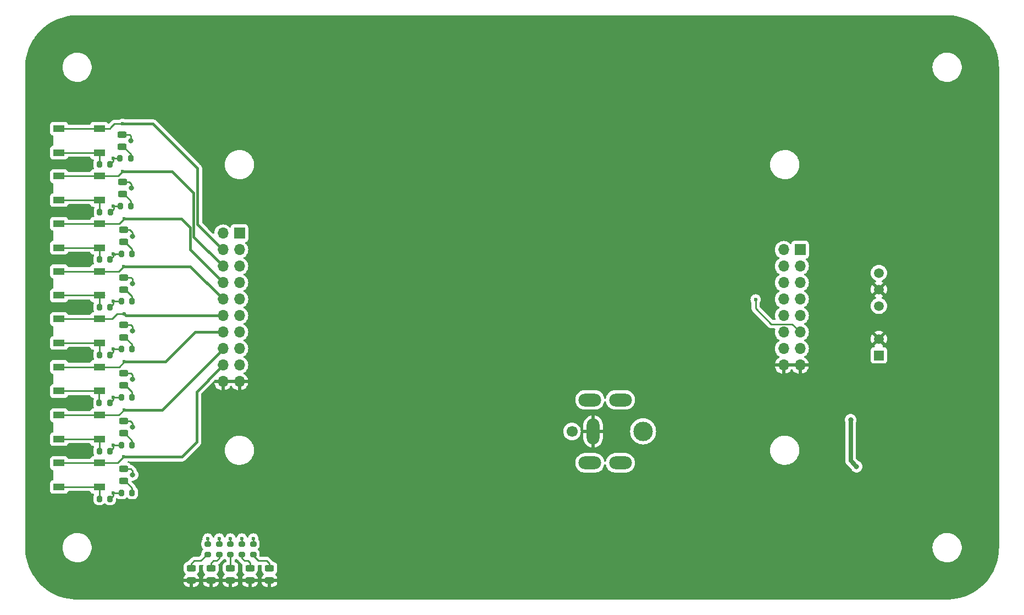
<source format=gbr>
%TF.GenerationSoftware,KiCad,Pcbnew,8.0.3*%
%TF.CreationDate,2025-07-14T16:27:36+02:00*%
%TF.ProjectId,distributionPCB,64697374-7269-4627-9574-696f6e504342,rev?*%
%TF.SameCoordinates,Original*%
%TF.FileFunction,Copper,L1,Top*%
%TF.FilePolarity,Positive*%
%FSLAX46Y46*%
G04 Gerber Fmt 4.6, Leading zero omitted, Abs format (unit mm)*
G04 Created by KiCad (PCBNEW 8.0.3) date 2025-07-14 16:27:36*
%MOMM*%
%LPD*%
G01*
G04 APERTURE LIST*
G04 Aperture macros list*
%AMRoundRect*
0 Rectangle with rounded corners*
0 $1 Rounding radius*
0 $2 $3 $4 $5 $6 $7 $8 $9 X,Y pos of 4 corners*
0 Add a 4 corners polygon primitive as box body*
4,1,4,$2,$3,$4,$5,$6,$7,$8,$9,$2,$3,0*
0 Add four circle primitives for the rounded corners*
1,1,$1+$1,$2,$3*
1,1,$1+$1,$4,$5*
1,1,$1+$1,$6,$7*
1,1,$1+$1,$8,$9*
0 Add four rect primitives between the rounded corners*
20,1,$1+$1,$2,$3,$4,$5,0*
20,1,$1+$1,$4,$5,$6,$7,0*
20,1,$1+$1,$6,$7,$8,$9,0*
20,1,$1+$1,$8,$9,$2,$3,0*%
G04 Aperture macros list end*
%TA.AperFunction,SMDPad,CuDef*%
%ADD10RoundRect,0.200000X0.200000X0.275000X-0.200000X0.275000X-0.200000X-0.275000X0.200000X-0.275000X0*%
%TD*%
%TA.AperFunction,SMDPad,CuDef*%
%ADD11RoundRect,0.200000X0.275000X-0.200000X0.275000X0.200000X-0.275000X0.200000X-0.275000X-0.200000X0*%
%TD*%
%TA.AperFunction,ComponentPad*%
%ADD12R,1.700000X1.700000*%
%TD*%
%TA.AperFunction,ComponentPad*%
%ADD13O,1.700000X1.700000*%
%TD*%
%TA.AperFunction,SMDPad,CuDef*%
%ADD14RoundRect,0.243750X0.456250X-0.243750X0.456250X0.243750X-0.456250X0.243750X-0.456250X-0.243750X0*%
%TD*%
%TA.AperFunction,SMDPad,CuDef*%
%ADD15RoundRect,0.243750X-0.456250X0.243750X-0.456250X-0.243750X0.456250X-0.243750X0.456250X0.243750X0*%
%TD*%
%TA.AperFunction,SMDPad,CuDef*%
%ADD16R,1.800000X1.100000*%
%TD*%
%TA.AperFunction,WasherPad*%
%ADD17C,1.700000*%
%TD*%
%TA.AperFunction,ComponentPad*%
%ADD18C,3.000000*%
%TD*%
%TA.AperFunction,ComponentPad*%
%ADD19O,2.000000X4.000000*%
%TD*%
%TA.AperFunction,ComponentPad*%
%ADD20O,3.500000X2.000000*%
%TD*%
%TA.AperFunction,ComponentPad*%
%ADD21R,1.500000X1.500000*%
%TD*%
%TA.AperFunction,ComponentPad*%
%ADD22C,1.500000*%
%TD*%
%TA.AperFunction,ViaPad*%
%ADD23C,0.800000*%
%TD*%
%TA.AperFunction,ViaPad*%
%ADD24C,0.600000*%
%TD*%
%TA.AperFunction,Conductor*%
%ADD25C,0.250000*%
%TD*%
%TA.AperFunction,Conductor*%
%ADD26C,0.381000*%
%TD*%
%TA.AperFunction,Conductor*%
%ADD27C,0.635000*%
%TD*%
%TA.AperFunction,Conductor*%
%ADD28C,0.254000*%
%TD*%
G04 APERTURE END LIST*
D10*
%TO.P,R5,1*%
%TO.N,Net-(D2-A)*%
X92234000Y-76280000D03*
%TO.P,R5,2*%
%TO.N,+5V*%
X90584000Y-76280000D03*
%TD*%
D11*
%TO.P,R18,1*%
%TO.N,Net-(D10-A)*%
X105819001Y-129984000D03*
%TO.P,R18,2*%
%TO.N,LED1*%
X105819001Y-128334000D03*
%TD*%
D12*
%TO.P,J6,1,Pin_1*%
%TO.N,+12V*%
X195306000Y-83015000D03*
D13*
%TO.P,J6,2,Pin_2*%
%TO.N,-12V*%
X192766000Y-83015000D03*
%TO.P,J6,3,Pin_3*%
%TO.N,+5V*%
X195306000Y-85555000D03*
%TO.P,J6,4,Pin_4*%
X192766000Y-85555000D03*
%TO.P,J6,5,Pin_5*%
%TO.N,AO0*%
X195306000Y-88095000D03*
%TO.P,J6,6,Pin_6*%
%TO.N,AO1*%
X192766000Y-88095000D03*
%TO.P,J6,7,Pin_7*%
%TO.N,Res0*%
X195306000Y-90635000D03*
%TO.P,J6,8,Pin_8*%
%TO.N,Res2*%
X192766000Y-90635000D03*
%TO.P,J6,9,Pin_9*%
%TO.N,AI0+*%
X195306000Y-93175000D03*
%TO.P,J6,10,Pin_10*%
%TO.N,AI0-*%
X192766000Y-93175000D03*
%TO.P,J6,11,Pin_11*%
%TO.N,Res1*%
X195306000Y-95715000D03*
%TO.P,J6,12,Pin_12*%
%TO.N,Res3*%
X192766000Y-95715000D03*
%TO.P,J6,13,Pin_13*%
%TO.N,AI1+*%
X195306000Y-98255000D03*
%TO.P,J6,14,Pin_14*%
%TO.N,AI1-*%
X192766000Y-98255000D03*
%TO.P,J6,15,Pin_15*%
%TO.N,GND*%
X195306000Y-100795000D03*
%TO.P,J6,16,Pin_16*%
X192766000Y-100795000D03*
%TD*%
D14*
%TO.P,D13,1,K*%
%TO.N,GND*%
X113576200Y-133947100D03*
%TO.P,D13,2,A*%
%TO.N,Net-(D13-A)*%
X113576200Y-132072100D03*
%TD*%
D15*
%TO.P,D3,1,K*%
%TO.N,Net-(D3-K)*%
X91090600Y-79934900D03*
%TO.P,D3,2,A*%
%TO.N,Net-(D3-A)*%
X91090600Y-81809900D03*
%TD*%
D16*
%TO.P,SW7,1,1*%
%TO.N,DIO6*%
X81156800Y-108492200D03*
X87356800Y-108492200D03*
%TO.P,SW7,2,2*%
%TO.N,Net-(R24-Pad2)*%
X81156800Y-112192200D03*
X87356800Y-112192200D03*
%TD*%
D11*
%TO.P,R20,1*%
%TO.N,Net-(D12-A)*%
X109318999Y-129984000D03*
%TO.P,R20,2*%
%TO.N,LED3*%
X109318999Y-128334000D03*
%TD*%
D16*
%TO.P,SW8,1,1*%
%TO.N,DIO7*%
X81156800Y-115857800D03*
X87356800Y-115857800D03*
%TO.P,SW8,2,2*%
%TO.N,Net-(R27-Pad2)*%
X81156800Y-119557800D03*
X87356800Y-119557800D03*
%TD*%
%TO.P,SW6,1,1*%
%TO.N,DIO5*%
X81156800Y-101075000D03*
X87356800Y-101075000D03*
%TO.P,SW6,2,2*%
%TO.N,Net-(R15-Pad2)*%
X81156800Y-104775000D03*
X87356800Y-104775000D03*
%TD*%
D10*
%TO.P,R26,1*%
%TO.N,Net-(D7-A)*%
X92398200Y-113150600D03*
%TO.P,R26,2*%
%TO.N,+5V*%
X90748200Y-113150600D03*
%TD*%
D15*
%TO.P,D2,1,K*%
%TO.N,Net-(D2-K)*%
X90911600Y-72594300D03*
%TO.P,D2,2,A*%
%TO.N,Net-(D2-A)*%
X90911600Y-74469300D03*
%TD*%
D10*
%TO.P,R12,1*%
%TO.N,+5V*%
X89009400Y-99218200D03*
%TO.P,R12,2*%
%TO.N,Net-(R12-Pad2)*%
X87359400Y-99218200D03*
%TD*%
D15*
%TO.P,D1,1,K*%
%TO.N,Net-(D1-K)*%
X90860800Y-65283300D03*
%TO.P,D1,2,A*%
%TO.N,Net-(D1-A)*%
X90860800Y-67158300D03*
%TD*%
D10*
%TO.P,R22,1*%
%TO.N,Net-(D6-A)*%
X92413000Y-105727000D03*
%TO.P,R22,2*%
%TO.N,+5V*%
X90763000Y-105727000D03*
%TD*%
D11*
%TO.P,R21,1*%
%TO.N,Net-(D13-A)*%
X111069000Y-129984000D03*
%TO.P,R21,2*%
%TO.N,LED4*%
X111069000Y-128334000D03*
%TD*%
D14*
%TO.P,D9,1,K*%
%TO.N,GND*%
X101536200Y-133947100D03*
%TO.P,D9,2,A*%
%TO.N,Net-(D9-A)*%
X101536200Y-132072100D03*
%TD*%
D16*
%TO.P,SW2,1,1*%
%TO.N,DIO0*%
X81156800Y-64350800D03*
X87356800Y-64350800D03*
%TO.P,SW2,2,2*%
%TO.N,Net-(R23-Pad2)*%
X81156800Y-68050800D03*
X87356800Y-68050800D03*
%TD*%
D10*
%TO.P,R6,1*%
%TO.N,+5V*%
X89018800Y-84531200D03*
%TO.P,R6,2*%
%TO.N,Net-(R6-Pad2)*%
X87368800Y-84531200D03*
%TD*%
D11*
%TO.P,R17,1*%
%TO.N,Net-(D9-A)*%
X104069000Y-129984000D03*
%TO.P,R17,2*%
%TO.N,CHARGE*%
X104069000Y-128334000D03*
%TD*%
D10*
%TO.P,R23,1*%
%TO.N,+5V*%
X89008200Y-69858000D03*
%TO.P,R23,2*%
%TO.N,Net-(R23-Pad2)*%
X87358200Y-69858000D03*
%TD*%
%TO.P,R24,1*%
%TO.N,+5V*%
X89009400Y-114014200D03*
%TO.P,R24,2*%
%TO.N,Net-(R24-Pad2)*%
X87359400Y-114014200D03*
%TD*%
D14*
%TO.P,D10,1,K*%
%TO.N,GND*%
X104546200Y-133947100D03*
%TO.P,D10,2,A*%
%TO.N,Net-(D10-A)*%
X104546200Y-132072100D03*
%TD*%
D10*
%TO.P,R15,1*%
%TO.N,+5V*%
X88984000Y-106641400D03*
%TO.P,R15,2*%
%TO.N,Net-(R15-Pad2)*%
X87334000Y-106641400D03*
%TD*%
D14*
%TO.P,D11,1,K*%
%TO.N,GND*%
X107556200Y-133947100D03*
%TO.P,D11,2,A*%
%TO.N,Net-(D11-A)*%
X107556200Y-132072100D03*
%TD*%
D10*
%TO.P,R2,1*%
%TO.N,Net-(D1-A)*%
X92183200Y-68969000D03*
%TO.P,R2,2*%
%TO.N,+5V*%
X90533200Y-68969000D03*
%TD*%
D16*
%TO.P,SW5,1,1*%
%TO.N,DIO4*%
X81156800Y-93683600D03*
X87356800Y-93683600D03*
%TO.P,SW5,2,2*%
%TO.N,Net-(R12-Pad2)*%
X81156800Y-97383600D03*
X87356800Y-97383600D03*
%TD*%
D14*
%TO.P,D12,1,K*%
%TO.N,GND*%
X110566200Y-133947100D03*
%TO.P,D12,2,A*%
%TO.N,Net-(D12-A)*%
X110566200Y-132072100D03*
%TD*%
D16*
%TO.P,SW1,1,1*%
%TO.N,DIO1*%
X81156800Y-71661800D03*
X87356800Y-71661800D03*
%TO.P,SW1,2,2*%
%TO.N,Net-(R3-Pad2)*%
X81156800Y-75361800D03*
X87356800Y-75361800D03*
%TD*%
D15*
%TO.P,D6,1,K*%
%TO.N,Net-(D6-K)*%
X91090600Y-102007500D03*
%TO.P,D6,2,A*%
%TO.N,Net-(D6-A)*%
X91090600Y-103882500D03*
%TD*%
D16*
%TO.P,SW3,1,1*%
%TO.N,DIO2*%
X81156800Y-79002400D03*
X87356800Y-79002400D03*
%TO.P,SW3,2,2*%
%TO.N,Net-(R6-Pad2)*%
X81156800Y-82702400D03*
X87356800Y-82702400D03*
%TD*%
D12*
%TO.P,J2,1,Pin_1*%
%TO.N,+5V*%
X108946000Y-80475000D03*
D13*
%TO.P,J2,2,Pin_2*%
X106406000Y-80475000D03*
%TO.P,J2,3,Pin_3*%
%TO.N,DIO8*%
X108946000Y-83015000D03*
%TO.P,J2,4,Pin_4*%
%TO.N,DIO0*%
X106406000Y-83015000D03*
%TO.P,J2,5,Pin_5*%
%TO.N,DIO9*%
X108946000Y-85555000D03*
%TO.P,J2,6,Pin_6*%
%TO.N,DIO1*%
X106406000Y-85555000D03*
%TO.P,J2,7,Pin_7*%
%TO.N,DIO10*%
X108946000Y-88095000D03*
%TO.P,J2,8,Pin_8*%
%TO.N,DIO2*%
X106406000Y-88095000D03*
%TO.P,J2,9,Pin_9*%
%TO.N,DIO11*%
X108946000Y-90635000D03*
%TO.P,J2,10,Pin_10*%
%TO.N,DIO3*%
X106406000Y-90635000D03*
%TO.P,J2,11,Pin_11*%
%TO.N,DIO12*%
X108946000Y-93175000D03*
%TO.P,J2,12,Pin_12*%
%TO.N,DIO4*%
X106406000Y-93175000D03*
%TO.P,J2,13,Pin_13*%
%TO.N,DIO13*%
X108946000Y-95715000D03*
%TO.P,J2,14,Pin_14*%
%TO.N,DIO5*%
X106406000Y-95715000D03*
%TO.P,J2,15,Pin_15*%
%TO.N,DIO14*%
X108946000Y-98255000D03*
%TO.P,J2,16,Pin_16*%
%TO.N,DIO6*%
X106406000Y-98255000D03*
%TO.P,J2,17,Pin_17*%
%TO.N,DIO15*%
X108946000Y-100795000D03*
%TO.P,J2,18,Pin_18*%
%TO.N,DIO7*%
X106406000Y-100795000D03*
%TO.P,J2,19,Pin_19*%
%TO.N,GND*%
X108946000Y-103335000D03*
%TO.P,J2,20,Pin_20*%
X106406000Y-103335000D03*
%TD*%
D10*
%TO.P,R29,1*%
%TO.N,Net-(D8-A)*%
X92413000Y-120471800D03*
%TO.P,R29,2*%
%TO.N,+5V*%
X90763000Y-120471800D03*
%TD*%
D15*
%TO.P,D7,1,K*%
%TO.N,Net-(D7-K)*%
X91090600Y-109424700D03*
%TO.P,D7,2,A*%
%TO.N,Net-(D7-A)*%
X91090600Y-111299700D03*
%TD*%
D10*
%TO.P,R11,1*%
%TO.N,Net-(D4-A)*%
X92413000Y-90982200D03*
%TO.P,R11,2*%
%TO.N,+5V*%
X90763000Y-90982200D03*
%TD*%
D15*
%TO.P,D5,1,K*%
%TO.N,Net-(D5-K)*%
X91090600Y-94616100D03*
%TO.P,D5,2,A*%
%TO.N,Net-(D5-A)*%
X91090600Y-96491100D03*
%TD*%
D16*
%TO.P,SW4,1,1*%
%TO.N,DIO3*%
X81156800Y-86343000D03*
X87356800Y-86343000D03*
%TO.P,SW4,2,2*%
%TO.N,Net-(R9-Pad2)*%
X81156800Y-90043000D03*
X87356800Y-90043000D03*
%TD*%
D10*
%TO.P,R14,1*%
%TO.N,Net-(D5-A)*%
X92413000Y-98329200D03*
%TO.P,R14,2*%
%TO.N,+5V*%
X90763000Y-98329200D03*
%TD*%
D11*
%TO.P,R19,1*%
%TO.N,Net-(D11-A)*%
X107569000Y-129984000D03*
%TO.P,R19,2*%
%TO.N,LED2*%
X107569000Y-128334000D03*
%TD*%
D10*
%TO.P,R27,1*%
%TO.N,+5V*%
X89009400Y-121386200D03*
%TO.P,R27,2*%
%TO.N,Net-(R27-Pad2)*%
X87359400Y-121386200D03*
%TD*%
%TO.P,R9,1*%
%TO.N,+5V*%
X89009400Y-91871200D03*
%TO.P,R9,2*%
%TO.N,Net-(R9-Pad2)*%
X87359400Y-91871200D03*
%TD*%
%TO.P,R8,1*%
%TO.N,Net-(D3-A)*%
X92413000Y-83635200D03*
%TO.P,R8,2*%
%TO.N,+5V*%
X90763000Y-83635200D03*
%TD*%
%TO.P,R3,1*%
%TO.N,+5V*%
X89059000Y-77194400D03*
%TO.P,R3,2*%
%TO.N,Net-(R3-Pad2)*%
X87409000Y-77194400D03*
%TD*%
D15*
%TO.P,D8,1,K*%
%TO.N,Net-(D8-K)*%
X91090600Y-116790300D03*
%TO.P,D8,2,A*%
%TO.N,Net-(D8-A)*%
X91090600Y-118665300D03*
%TD*%
%TO.P,D4,1,K*%
%TO.N,Net-(D4-K)*%
X91090600Y-87275500D03*
%TO.P,D4,2,A*%
%TO.N,Net-(D4-A)*%
X91090600Y-89150500D03*
%TD*%
D17*
%TO.P,J1,*%
%TO.N,*%
X160175000Y-111000000D03*
D18*
%TO.P,J1,1*%
%TO.N,Net-(Q9-D)*%
X171125000Y-111000000D03*
D19*
%TO.P,J1,2*%
%TO.N,GND*%
X163425000Y-111000000D03*
D20*
%TO.P,J1,MP*%
%TO.N,N/C*%
X162925000Y-115850000D03*
X167625000Y-115850000D03*
X162925000Y-106150000D03*
X167625000Y-106150000D03*
%TD*%
D21*
%TO.P,U1,1,+Vin*%
%TO.N,VCC*%
X207441800Y-99288600D03*
D22*
%TO.P,U1,2,-Vin*%
%TO.N,GND*%
X207441800Y-96748600D03*
%TO.P,U1,4,-Vout*%
%TO.N,-12V*%
X207441800Y-91668600D03*
%TO.P,U1,5,Com*%
%TO.N,GND*%
X207441800Y-89128600D03*
%TO.P,U1,6,+Vout*%
%TO.N,+12V*%
X207441800Y-86588600D03*
%TD*%
D23*
%TO.N,Net-(D1-K)*%
X92247200Y-66200800D03*
D24*
%TO.N,DIO0*%
X90926400Y-63635000D03*
%TO.N,DIO1*%
X90977200Y-70920600D03*
%TO.N,DIO2*%
X91207000Y-78250400D03*
%TO.N,DIO3*%
X91156200Y-85572000D03*
%TO.N,DIO4*%
X91181600Y-92893600D03*
%TO.N,DIO5*%
X91181600Y-100291400D03*
%TO.N,DIO6*%
X91181600Y-107664200D03*
%TO.N,DIO7*%
X91156200Y-114883800D03*
D23*
%TO.N,GND*%
X206222600Y-113741200D03*
X207365600Y-120446800D03*
X204190600Y-106680000D03*
X174802800Y-108585000D03*
X206222600Y-112776000D03*
%TO.N,+5V*%
X203098400Y-109220000D03*
X204010800Y-116431600D03*
D24*
X89504000Y-76280000D03*
X89504000Y-98329200D03*
X89504000Y-120471800D03*
X89504000Y-113150600D03*
X89504000Y-68969000D03*
X89504000Y-90982800D03*
X89504000Y-105727000D03*
X89504000Y-83635200D03*
%TO.N,Res1*%
X188468000Y-90678000D03*
D23*
%TO.N,Net-(D2-K)*%
X92298000Y-73536800D03*
%TO.N,Net-(D3-K)*%
X92477000Y-80993600D03*
%TO.N,Net-(D4-K)*%
X92477000Y-88193000D03*
%TO.N,Net-(D5-K)*%
X92477000Y-95533600D03*
%TO.N,Net-(D6-K)*%
X92477000Y-102925000D03*
%TO.N,Net-(D7-K)*%
X92477000Y-110342200D03*
%TO.N,Net-(D8-K)*%
X92477000Y-117707800D03*
D24*
%TO.N,CHARGE*%
X104063800Y-127508000D03*
%TO.N,LED1*%
X105816400Y-127508000D03*
%TO.N,LED2*%
X107569000Y-127508000D03*
%TO.N,LED3*%
X109321600Y-127508000D03*
%TO.N,LED4*%
X111074200Y-127508000D03*
%TD*%
D25*
%TO.N,Net-(D1-K)*%
X92015900Y-65283300D02*
X92247200Y-65514600D01*
X90860800Y-65283300D02*
X92015900Y-65283300D01*
X92247200Y-65514600D02*
X92247200Y-66200800D01*
%TO.N,Net-(D1-A)*%
X90860800Y-67158300D02*
X91071500Y-67158300D01*
X90865400Y-67162900D02*
X90860800Y-67158300D01*
X91071500Y-67158300D02*
X92183200Y-68270000D01*
X92183200Y-68270000D02*
X92183200Y-68969000D01*
%TO.N,DIO0*%
X81156800Y-64350800D02*
X87356800Y-64350800D01*
X89186500Y-64130300D02*
X89377000Y-63939800D01*
D26*
X90926400Y-63635000D02*
X95639000Y-63635000D01*
D25*
X93226000Y-63635000D02*
X90926400Y-63635000D01*
X87356800Y-64350800D02*
X88966000Y-64350800D01*
D26*
X102489000Y-70485000D02*
X102489000Y-79121000D01*
D25*
X90926400Y-63635000D02*
X89681800Y-63635000D01*
D26*
X95639000Y-63635000D02*
X102489000Y-70485000D01*
X102489000Y-79121000D02*
X106383000Y-83015000D01*
D25*
X88966000Y-64350800D02*
X89186500Y-64130300D01*
D26*
X106383000Y-83015000D02*
X106406000Y-83015000D01*
D25*
X89681800Y-63635000D02*
X89186500Y-64130300D01*
%TO.N,DIO1*%
X90236000Y-71661800D02*
X90977200Y-70920600D01*
D26*
X101908000Y-74222000D02*
X101908000Y-81057000D01*
X98606600Y-70920600D02*
X101908000Y-74222000D01*
D25*
X87356800Y-71661800D02*
X90236000Y-71661800D01*
X81156800Y-71661800D02*
X87356800Y-71661800D01*
D26*
X101908000Y-81057000D02*
X106406000Y-85555000D01*
X90977200Y-70920600D02*
X98606600Y-70920600D01*
D25*
X87356800Y-71661800D02*
X89042200Y-71661800D01*
D26*
%TO.N,DIO2*%
X101327000Y-79610000D02*
X101327000Y-83016000D01*
D25*
X81156800Y-79002400D02*
X87356800Y-79002400D01*
X87356800Y-79002400D02*
X90455000Y-79002400D01*
X90455000Y-79002400D02*
X91207000Y-78250400D01*
D26*
X99967400Y-78250400D02*
X101327000Y-79610000D01*
X91207000Y-78250400D02*
X99967400Y-78250400D01*
X101327000Y-83016000D02*
X106406000Y-88095000D01*
D25*
%TO.N,DIO3*%
X87356800Y-86343000D02*
X90385200Y-86343000D01*
D26*
X91156200Y-85572000D02*
X101343000Y-85572000D01*
X101343000Y-85572000D02*
X106406000Y-90635000D01*
D25*
X90385200Y-86343000D02*
X91156200Y-85572000D01*
X81156800Y-86343000D02*
X87356800Y-86343000D01*
%TO.N,DIO4*%
X81156800Y-93683600D02*
X87356800Y-93683600D01*
X87356800Y-93683600D02*
X89299400Y-93683600D01*
D26*
X91181600Y-92893600D02*
X91463000Y-93175000D01*
X91463000Y-93175000D02*
X106406000Y-93175000D01*
D25*
X90089400Y-92893600D02*
X91181600Y-92893600D01*
X89299400Y-93683600D02*
X90089400Y-92893600D01*
D26*
%TO.N,DIO5*%
X97574600Y-100291400D02*
X91181600Y-100291400D01*
D25*
X81156800Y-101075000D02*
X87356800Y-101075000D01*
X87356800Y-101075000D02*
X90398000Y-101075000D01*
D26*
X102151000Y-95715000D02*
X97574600Y-100291400D01*
X106406000Y-95715000D02*
X102151000Y-95715000D01*
D25*
X90398000Y-101075000D02*
X91181600Y-100291400D01*
%TO.N,DIO6*%
X81156800Y-108492200D02*
X87356800Y-108492200D01*
D26*
X97059800Y-107664200D02*
X91181600Y-107664200D01*
X106406000Y-98255000D02*
X106406000Y-98318000D01*
X106406000Y-98318000D02*
X97059800Y-107664200D01*
D25*
X87356800Y-108492200D02*
X90353600Y-108492200D01*
X87356800Y-108492200D02*
X87356800Y-108466400D01*
X90353600Y-108492200D02*
X91181600Y-107664200D01*
%TO.N,DIO7*%
X87356800Y-115857800D02*
X90182200Y-115857800D01*
X81156800Y-115857800D02*
X87356800Y-115857800D01*
D26*
X91980636Y-114883800D02*
X92031836Y-114935000D01*
X102362000Y-104902000D02*
X104140000Y-103124000D01*
D25*
X90182200Y-115857800D02*
X91156200Y-114883800D01*
D26*
X104140000Y-103061000D02*
X106406000Y-100795000D01*
X100076000Y-114935000D02*
X102362000Y-112649000D01*
X102362000Y-112649000D02*
X102362000Y-104902000D01*
X104140000Y-103124000D02*
X104140000Y-103061000D01*
X91156200Y-114883800D02*
X91980636Y-114883800D01*
X92031836Y-114935000D02*
X100076000Y-114935000D01*
D27*
%TO.N,+5V*%
X203098400Y-115519200D02*
X203098400Y-109220000D01*
D25*
X89504000Y-90982800D02*
X89504000Y-91376600D01*
X89504000Y-120891600D02*
X89009400Y-121386200D01*
X89504000Y-113519600D02*
X89009400Y-114014200D01*
X89504000Y-84046000D02*
X89018800Y-84531200D01*
X89504000Y-106121400D02*
X88984000Y-106641400D01*
X89504000Y-90982800D02*
X89504600Y-90982200D01*
X89504000Y-98723600D02*
X89009400Y-99218200D01*
X89504000Y-68969000D02*
X89504000Y-69362200D01*
X89733800Y-105727000D02*
X90763000Y-105727000D01*
X89504000Y-83635200D02*
X89504000Y-84046000D01*
X89733800Y-120471800D02*
X90763000Y-120471800D01*
D27*
X204010800Y-116431600D02*
X203098400Y-115519200D01*
D25*
X89504000Y-120471800D02*
X89504000Y-120891600D01*
X89504000Y-113150600D02*
X89504000Y-113519600D01*
X89504000Y-105727000D02*
X89504000Y-106121400D01*
X89504600Y-90982200D02*
X90763000Y-90982200D01*
X89504000Y-69362200D02*
X89008200Y-69858000D01*
X89554800Y-76280000D02*
X90584000Y-76280000D01*
X90763000Y-98329200D02*
X89733800Y-98329200D01*
X89733800Y-83635200D02*
X89733800Y-83816200D01*
X89504000Y-98329200D02*
X89504000Y-98723600D01*
X89504000Y-68969000D02*
X90533200Y-68969000D01*
X89504000Y-91376600D02*
X89009400Y-91871200D01*
X89554800Y-76280000D02*
X89554800Y-76698600D01*
X89733800Y-113150600D02*
X90748200Y-113150600D01*
X89554800Y-76698600D02*
X89059000Y-77194400D01*
X89733800Y-83635200D02*
X90763000Y-83635200D01*
%TO.N,Net-(R6-Pad2)*%
X81156800Y-82702400D02*
X87356800Y-82702400D01*
X87368800Y-82714400D02*
X87356800Y-82702400D01*
X87368800Y-84531200D02*
X87368800Y-82714400D01*
D28*
%TO.N,Res1*%
X190881000Y-94488000D02*
X194079000Y-94488000D01*
X188468000Y-92075000D02*
X190881000Y-94488000D01*
X188468000Y-90678000D02*
X188468000Y-92075000D01*
X194079000Y-94488000D02*
X195306000Y-95715000D01*
D25*
%TO.N,Net-(R3-Pad2)*%
X81156800Y-75361800D02*
X87356800Y-75361800D01*
X87409000Y-77194400D02*
X87409000Y-75414000D01*
X87409000Y-75414000D02*
X87356800Y-75361800D01*
%TO.N,Net-(R23-Pad2)*%
X87356800Y-68050800D02*
X87356800Y-69856600D01*
X87356800Y-69856600D02*
X87358200Y-69858000D01*
X81156800Y-68050800D02*
X87356800Y-68050800D01*
X81156800Y-68050800D02*
X81512800Y-68050800D01*
%TO.N,Net-(R9-Pad2)*%
X88159600Y-90043000D02*
X87356800Y-90043000D01*
X87356800Y-91868600D02*
X87359400Y-91871200D01*
X81156800Y-90043000D02*
X88159600Y-90043000D01*
X87356800Y-90043000D02*
X87356800Y-91868600D01*
%TO.N,Net-(R12-Pad2)*%
X87356800Y-99215600D02*
X87359400Y-99218200D01*
X87356800Y-97383600D02*
X87356800Y-99215600D01*
X81156800Y-97383600D02*
X87356800Y-97383600D01*
%TO.N,Net-(R15-Pad2)*%
X87334000Y-106641400D02*
X87334000Y-104797800D01*
X87334000Y-104797800D02*
X87356800Y-104775000D01*
X81156800Y-104775000D02*
X87356800Y-104775000D01*
%TO.N,Net-(R24-Pad2)*%
X87359400Y-114014200D02*
X87359400Y-112194800D01*
X81156800Y-112192200D02*
X87356800Y-112192200D01*
X87359400Y-112194800D02*
X87356800Y-112192200D01*
%TO.N,Net-(D2-K)*%
X91993200Y-72597000D02*
X90914300Y-72597000D01*
X90914300Y-72597000D02*
X90911600Y-72594300D01*
X92323400Y-72927200D02*
X91993200Y-72597000D01*
X92323400Y-73536800D02*
X92323400Y-72927200D01*
%TO.N,Net-(D2-A)*%
X90911200Y-74469700D02*
X90911600Y-74469300D01*
X92234000Y-75546200D02*
X91157100Y-74469300D01*
X92234000Y-76280000D02*
X92234000Y-75546200D01*
X90916200Y-74473900D02*
X90911600Y-74469300D01*
X91157100Y-74469300D02*
X90911600Y-74469300D01*
%TO.N,Net-(D3-K)*%
X92053300Y-79934900D02*
X92477000Y-80358600D01*
X91090600Y-79934900D02*
X92053300Y-79934900D01*
X92477000Y-80358600D02*
X92477000Y-80993600D01*
%TO.N,Net-(D3-A)*%
X92413000Y-82913400D02*
X91309500Y-81809900D01*
X92413000Y-83635200D02*
X92413000Y-82913400D01*
X91309500Y-81809900D02*
X91090600Y-81809900D01*
%TO.N,Net-(D4-K)*%
X91090600Y-87275500D02*
X92250100Y-87275500D01*
X92451600Y-87477000D02*
X92451600Y-88167600D01*
X92250100Y-87275500D02*
X92451600Y-87477000D01*
X92451600Y-88167600D02*
X92477000Y-88193000D01*
D28*
%TO.N,Net-(D4-A)*%
X91360300Y-89150500D02*
X91090600Y-89150500D01*
X92413000Y-90982200D02*
X92413000Y-90203200D01*
D25*
X91095200Y-89155100D02*
X91090600Y-89150500D01*
D28*
X92413000Y-90203200D02*
X91360300Y-89150500D01*
D25*
%TO.N,Net-(D5-K)*%
X92218300Y-94616100D02*
X92477000Y-94874800D01*
X91090600Y-94616100D02*
X92218300Y-94616100D01*
X92477000Y-94874800D02*
X92477000Y-95533600D01*
D28*
%TO.N,Net-(D5-A)*%
X92413000Y-97581900D02*
X91322200Y-96491100D01*
X91322200Y-96491100D02*
X91090600Y-96491100D01*
D25*
X91095200Y-96495700D02*
X91090600Y-96491100D01*
D28*
X92413000Y-98329200D02*
X92413000Y-97581900D01*
D25*
%TO.N,Net-(D6-K)*%
X92237300Y-102007500D02*
X91090600Y-102007500D01*
X92477000Y-102247200D02*
X92237300Y-102007500D01*
X92477000Y-102925000D02*
X92477000Y-102247200D01*
%TO.N,Net-(D6-A)*%
X91095200Y-103887100D02*
X91090600Y-103882500D01*
D28*
X91360300Y-103882500D02*
X91090600Y-103882500D01*
X92413000Y-104935200D02*
X91360300Y-103882500D01*
X92413000Y-105727000D02*
X92413000Y-104935200D01*
D25*
%TO.N,Net-(D7-K)*%
X92477000Y-110342200D02*
X92477000Y-109747000D01*
X92477000Y-109747000D02*
X92154700Y-109424700D01*
X92154700Y-109424700D02*
X91090600Y-109424700D01*
D28*
%TO.N,Net-(D7-A)*%
X91284500Y-111299700D02*
X91090600Y-111299700D01*
X92398200Y-113150600D02*
X92398200Y-112413400D01*
X92398200Y-112413400D02*
X91284500Y-111299700D01*
D25*
X91080400Y-111309900D02*
X91090600Y-111299700D01*
%TO.N,Net-(D8-K)*%
X92477000Y-117068200D02*
X92477000Y-117707800D01*
X92199100Y-116790300D02*
X92477000Y-117068200D01*
X91090600Y-116790300D02*
X92199100Y-116790300D01*
%TO.N,Net-(D8-A)*%
X92413000Y-119747400D02*
X91330900Y-118665300D01*
X91330900Y-118665300D02*
X91090600Y-118665300D01*
X92413000Y-120471800D02*
X92413000Y-119747400D01*
%TO.N,Net-(R27-Pad2)*%
X81156800Y-119557800D02*
X87356800Y-119557800D01*
X87359400Y-121386200D02*
X87359400Y-119560400D01*
X87359400Y-119560400D02*
X87356800Y-119557800D01*
D28*
%TO.N,CHARGE*%
X104063800Y-127508000D02*
X104063800Y-128328800D01*
X104063800Y-128328800D02*
X104069000Y-128334000D01*
%TO.N,LED1*%
X105816400Y-127508000D02*
X105816400Y-128331399D01*
X105816400Y-128331399D02*
X105819001Y-128334000D01*
%TO.N,LED2*%
X107569000Y-127508000D02*
X107569000Y-128334000D01*
%TO.N,LED3*%
X109321600Y-128331399D02*
X109318999Y-128334000D01*
X109321600Y-127508000D02*
X109321600Y-128331399D01*
%TO.N,LED4*%
X111074200Y-127508000D02*
X111074200Y-128328800D01*
X111074200Y-128328800D02*
X111069000Y-128334000D01*
D25*
%TO.N,Net-(D9-A)*%
X103784000Y-130150000D02*
X102997000Y-130937000D01*
X102997000Y-130937000D02*
X101981000Y-130937000D01*
X104069000Y-130150000D02*
X103784000Y-130150000D01*
X101536200Y-131381800D02*
X101536200Y-132072100D01*
X101981000Y-130937000D02*
X101536200Y-131381800D01*
%TO.N,Net-(D10-A)*%
X105410000Y-130937000D02*
X104902000Y-130937000D01*
X105819001Y-130150000D02*
X105819001Y-130527999D01*
X104902000Y-130937000D02*
X104546200Y-131292800D01*
X104546200Y-131292800D02*
X104546200Y-132072100D01*
X105819001Y-130527999D02*
X105410000Y-130937000D01*
%TO.N,Net-(D11-A)*%
X107569000Y-130150000D02*
X107569000Y-132059300D01*
X107569000Y-132059300D02*
X107556200Y-132072100D01*
%TO.N,Net-(D12-A)*%
X109318999Y-130150000D02*
X109318999Y-130527999D01*
X109318999Y-130527999D02*
X109728000Y-130937000D01*
X109728000Y-130937000D02*
X110286800Y-130937000D01*
X110286800Y-130937000D02*
X110566200Y-131216400D01*
X110566200Y-131216400D02*
X110566200Y-132072100D01*
%TO.N,Net-(D13-A)*%
X113576000Y-131356000D02*
X113576200Y-131356000D01*
X111074600Y-130150000D02*
X111861600Y-130937000D01*
X111861600Y-130937000D02*
X113157000Y-130937000D01*
X113576200Y-131356000D02*
X113576200Y-132072100D01*
X111069000Y-130150000D02*
X111074600Y-130150000D01*
X113157000Y-130937000D02*
X113576000Y-131356000D01*
%TD*%
%TA.AperFunction,Conductor*%
%TO.N,GND*%
G36*
X108480075Y-103142007D02*
G01*
X108446000Y-103269174D01*
X108446000Y-103400826D01*
X108480075Y-103527993D01*
X108512988Y-103585000D01*
X106839012Y-103585000D01*
X106871925Y-103527993D01*
X106906000Y-103400826D01*
X106906000Y-103269174D01*
X106871925Y-103142007D01*
X106839012Y-103085000D01*
X108512988Y-103085000D01*
X108480075Y-103142007D01*
G37*
%TD.AperFunction*%
%TA.AperFunction,Conductor*%
G36*
X194840075Y-100602007D02*
G01*
X194806000Y-100729174D01*
X194806000Y-100860826D01*
X194840075Y-100987993D01*
X194872988Y-101045000D01*
X193199012Y-101045000D01*
X193231925Y-100987993D01*
X193266000Y-100860826D01*
X193266000Y-100729174D01*
X193231925Y-100602007D01*
X193199012Y-100545000D01*
X194872988Y-100545000D01*
X194840075Y-100602007D01*
G37*
%TD.AperFunction*%
%TA.AperFunction,Conductor*%
G36*
X217946559Y-46905005D02*
G01*
X217954171Y-46905072D01*
X218227767Y-46907514D01*
X218235482Y-46907824D01*
X218797035Y-46947987D01*
X218805793Y-46948928D01*
X219362509Y-47028971D01*
X219371200Y-47030540D01*
X219920753Y-47150088D01*
X219929329Y-47152276D01*
X220468971Y-47310730D01*
X220477330Y-47313512D01*
X221004318Y-47510068D01*
X221012451Y-47513437D01*
X221524061Y-47747082D01*
X221531960Y-47751036D01*
X222025581Y-48020574D01*
X222033193Y-48025091D01*
X222506299Y-48329138D01*
X222513570Y-48334186D01*
X222963806Y-48671228D01*
X222970699Y-48676782D01*
X223395740Y-49045082D01*
X223402218Y-49051114D01*
X223799885Y-49448781D01*
X223805917Y-49455259D01*
X224174217Y-49880300D01*
X224179771Y-49887193D01*
X224516813Y-50337429D01*
X224521861Y-50344700D01*
X224825908Y-50817806D01*
X224830425Y-50825418D01*
X225099963Y-51319039D01*
X225103922Y-51326949D01*
X225337556Y-51838535D01*
X225340938Y-51846699D01*
X225537480Y-52373650D01*
X225540275Y-52382048D01*
X225698722Y-52921669D01*
X225700911Y-52930246D01*
X225820457Y-53479789D01*
X225822029Y-53488500D01*
X225902068Y-54045185D01*
X225903014Y-54053986D01*
X225943174Y-54615505D01*
X225943485Y-54623244D01*
X225945995Y-54904439D01*
X225946000Y-54905546D01*
X225946000Y-128904453D01*
X225945995Y-128905560D01*
X225943485Y-129186755D01*
X225943174Y-129194494D01*
X225903014Y-129756013D01*
X225902068Y-129764814D01*
X225822029Y-130321499D01*
X225820457Y-130330210D01*
X225700911Y-130879753D01*
X225698722Y-130888330D01*
X225540275Y-131427951D01*
X225537480Y-131436349D01*
X225340938Y-131963300D01*
X225337550Y-131971479D01*
X225103925Y-132483045D01*
X225099963Y-132490960D01*
X224830425Y-132984581D01*
X224825908Y-132992193D01*
X224521861Y-133465299D01*
X224516813Y-133472570D01*
X224179771Y-133922806D01*
X224174217Y-133929699D01*
X223805917Y-134354740D01*
X223799885Y-134361218D01*
X223402218Y-134758885D01*
X223395740Y-134764917D01*
X222970699Y-135133217D01*
X222963806Y-135138771D01*
X222513570Y-135475813D01*
X222506299Y-135480861D01*
X222033193Y-135784908D01*
X222025581Y-135789425D01*
X221531960Y-136058963D01*
X221524045Y-136062925D01*
X221012479Y-136296550D01*
X221004300Y-136299938D01*
X220477349Y-136496480D01*
X220468951Y-136499275D01*
X219929330Y-136657722D01*
X219920753Y-136659911D01*
X219371210Y-136779457D01*
X219362499Y-136781029D01*
X218805814Y-136861068D01*
X218797013Y-136862014D01*
X218235494Y-136902174D01*
X218227755Y-136902485D01*
X217946560Y-136904995D01*
X217945453Y-136905000D01*
X83946547Y-136905000D01*
X83945440Y-136904995D01*
X83664244Y-136902485D01*
X83656505Y-136902174D01*
X83094986Y-136862014D01*
X83086185Y-136861068D01*
X82529500Y-136781029D01*
X82520789Y-136779457D01*
X81971246Y-136659911D01*
X81962669Y-136657722D01*
X81423048Y-136499275D01*
X81414650Y-136496480D01*
X80887699Y-136299938D01*
X80879535Y-136296556D01*
X80367949Y-136062922D01*
X80360039Y-136058963D01*
X79866418Y-135789425D01*
X79858806Y-135784908D01*
X79385700Y-135480861D01*
X79378429Y-135475813D01*
X78928193Y-135138771D01*
X78921300Y-135133217D01*
X78496259Y-134764917D01*
X78489781Y-134758885D01*
X78092114Y-134361218D01*
X78086082Y-134354740D01*
X77987019Y-134240415D01*
X100336200Y-134240415D01*
X100346607Y-134342273D01*
X100401294Y-134507309D01*
X100401296Y-134507314D01*
X100492570Y-134655291D01*
X100615508Y-134778229D01*
X100763485Y-134869503D01*
X100763490Y-134869505D01*
X100928526Y-134924192D01*
X101030384Y-134934599D01*
X101030397Y-134934600D01*
X101286200Y-134934600D01*
X101786200Y-134934600D01*
X102042003Y-134934600D01*
X102042015Y-134934599D01*
X102143873Y-134924192D01*
X102308909Y-134869505D01*
X102308914Y-134869503D01*
X102456891Y-134778229D01*
X102579829Y-134655291D01*
X102671103Y-134507314D01*
X102671105Y-134507309D01*
X102725792Y-134342273D01*
X102736199Y-134240415D01*
X103346200Y-134240415D01*
X103356607Y-134342273D01*
X103411294Y-134507309D01*
X103411296Y-134507314D01*
X103502570Y-134655291D01*
X103625508Y-134778229D01*
X103773485Y-134869503D01*
X103773490Y-134869505D01*
X103938526Y-134924192D01*
X104040384Y-134934599D01*
X104040397Y-134934600D01*
X104296200Y-134934600D01*
X104796200Y-134934600D01*
X105052003Y-134934600D01*
X105052015Y-134934599D01*
X105153873Y-134924192D01*
X105318909Y-134869505D01*
X105318914Y-134869503D01*
X105466891Y-134778229D01*
X105589829Y-134655291D01*
X105681103Y-134507314D01*
X105681105Y-134507309D01*
X105735792Y-134342273D01*
X105746199Y-134240415D01*
X106356200Y-134240415D01*
X106366607Y-134342273D01*
X106421294Y-134507309D01*
X106421296Y-134507314D01*
X106512570Y-134655291D01*
X106635508Y-134778229D01*
X106783485Y-134869503D01*
X106783490Y-134869505D01*
X106948526Y-134924192D01*
X107050384Y-134934599D01*
X107050397Y-134934600D01*
X107306200Y-134934600D01*
X107806200Y-134934600D01*
X108062003Y-134934600D01*
X108062015Y-134934599D01*
X108163873Y-134924192D01*
X108328909Y-134869505D01*
X108328914Y-134869503D01*
X108476891Y-134778229D01*
X108599829Y-134655291D01*
X108691103Y-134507314D01*
X108691105Y-134507309D01*
X108745792Y-134342273D01*
X108756199Y-134240415D01*
X109366200Y-134240415D01*
X109376607Y-134342273D01*
X109431294Y-134507309D01*
X109431296Y-134507314D01*
X109522570Y-134655291D01*
X109645508Y-134778229D01*
X109793485Y-134869503D01*
X109793490Y-134869505D01*
X109958526Y-134924192D01*
X110060384Y-134934599D01*
X110060397Y-134934600D01*
X110316200Y-134934600D01*
X110816200Y-134934600D01*
X111072003Y-134934600D01*
X111072015Y-134934599D01*
X111173873Y-134924192D01*
X111338909Y-134869505D01*
X111338914Y-134869503D01*
X111486891Y-134778229D01*
X111609829Y-134655291D01*
X111701103Y-134507314D01*
X111701105Y-134507309D01*
X111755792Y-134342273D01*
X111766199Y-134240415D01*
X112376200Y-134240415D01*
X112386607Y-134342273D01*
X112441294Y-134507309D01*
X112441296Y-134507314D01*
X112532570Y-134655291D01*
X112655508Y-134778229D01*
X112803485Y-134869503D01*
X112803490Y-134869505D01*
X112968526Y-134924192D01*
X113070384Y-134934599D01*
X113070397Y-134934600D01*
X113326200Y-134934600D01*
X113826200Y-134934600D01*
X114082003Y-134934600D01*
X114082015Y-134934599D01*
X114183873Y-134924192D01*
X114348909Y-134869505D01*
X114348914Y-134869503D01*
X114496891Y-134778229D01*
X114619829Y-134655291D01*
X114711103Y-134507314D01*
X114711105Y-134507309D01*
X114765792Y-134342273D01*
X114776199Y-134240415D01*
X114776200Y-134240402D01*
X114776200Y-134197100D01*
X113826200Y-134197100D01*
X113826200Y-134934600D01*
X113326200Y-134934600D01*
X113326200Y-134197100D01*
X112376200Y-134197100D01*
X112376200Y-134240415D01*
X111766199Y-134240415D01*
X111766200Y-134240402D01*
X111766200Y-134197100D01*
X110816200Y-134197100D01*
X110816200Y-134934600D01*
X110316200Y-134934600D01*
X110316200Y-134197100D01*
X109366200Y-134197100D01*
X109366200Y-134240415D01*
X108756199Y-134240415D01*
X108756200Y-134240402D01*
X108756200Y-134197100D01*
X107806200Y-134197100D01*
X107806200Y-134934600D01*
X107306200Y-134934600D01*
X107306200Y-134197100D01*
X106356200Y-134197100D01*
X106356200Y-134240415D01*
X105746199Y-134240415D01*
X105746200Y-134240402D01*
X105746200Y-134197100D01*
X104796200Y-134197100D01*
X104796200Y-134934600D01*
X104296200Y-134934600D01*
X104296200Y-134197100D01*
X103346200Y-134197100D01*
X103346200Y-134240415D01*
X102736199Y-134240415D01*
X102736200Y-134240402D01*
X102736200Y-134197100D01*
X101786200Y-134197100D01*
X101786200Y-134934600D01*
X101286200Y-134934600D01*
X101286200Y-134197100D01*
X100336200Y-134197100D01*
X100336200Y-134240415D01*
X77987019Y-134240415D01*
X77717782Y-133929699D01*
X77712228Y-133922806D01*
X77375186Y-133472570D01*
X77370138Y-133465299D01*
X77066091Y-132992193D01*
X77061574Y-132984581D01*
X76792036Y-132490960D01*
X76788082Y-132483061D01*
X76554437Y-131971451D01*
X76551068Y-131963318D01*
X76482226Y-131778744D01*
X100335700Y-131778744D01*
X100335700Y-132365455D01*
X100346113Y-132467376D01*
X100400837Y-132632522D01*
X100400842Y-132632533D01*
X100492171Y-132780599D01*
X100492174Y-132780603D01*
X100615199Y-132903628D01*
X100616383Y-132904358D01*
X100617023Y-132905070D01*
X100620864Y-132908107D01*
X100620345Y-132908763D01*
X100663106Y-132956308D01*
X100674325Y-133025271D01*
X100646479Y-133089352D01*
X100621077Y-133111362D01*
X100621177Y-133111488D01*
X100618377Y-133113701D01*
X100616384Y-133115429D01*
X100615515Y-133115964D01*
X100615509Y-133115969D01*
X100492570Y-133238908D01*
X100401296Y-133386885D01*
X100401294Y-133386890D01*
X100346607Y-133551926D01*
X100336200Y-133653784D01*
X100336200Y-133697100D01*
X102736200Y-133697100D01*
X102736200Y-133653797D01*
X102736199Y-133653784D01*
X102725792Y-133551926D01*
X102671105Y-133386890D01*
X102671103Y-133386885D01*
X102579829Y-133238908D01*
X102456890Y-133115969D01*
X102456885Y-133115965D01*
X102456022Y-133115433D01*
X102455553Y-133114912D01*
X102451223Y-133111488D01*
X102451808Y-133110748D01*
X102409296Y-133063486D01*
X102398073Y-132994524D01*
X102425916Y-132930441D01*
X102451598Y-132908186D01*
X102451536Y-132908107D01*
X102453306Y-132906707D01*
X102456020Y-132904355D01*
X102457203Y-132903626D01*
X102580226Y-132780603D01*
X102671562Y-132632525D01*
X102726287Y-132467375D01*
X102736700Y-132365448D01*
X102736700Y-131778752D01*
X102728563Y-131699103D01*
X102741332Y-131630410D01*
X102789213Y-131579525D01*
X102851921Y-131562500D01*
X103058607Y-131562500D01*
X103119029Y-131550481D01*
X103179452Y-131538463D01*
X103187667Y-131535060D01*
X103257136Y-131527587D01*
X103319617Y-131558858D01*
X103355273Y-131618945D01*
X103356273Y-131670037D01*
X103356801Y-131670091D01*
X103356359Y-131674412D01*
X103356382Y-131675564D01*
X103356113Y-131676817D01*
X103345700Y-131778744D01*
X103345700Y-132365455D01*
X103356113Y-132467376D01*
X103410837Y-132632522D01*
X103410842Y-132632533D01*
X103502171Y-132780599D01*
X103502174Y-132780603D01*
X103625199Y-132903628D01*
X103626383Y-132904358D01*
X103627023Y-132905070D01*
X103630864Y-132908107D01*
X103630345Y-132908763D01*
X103673106Y-132956308D01*
X103684325Y-133025271D01*
X103656479Y-133089352D01*
X103631077Y-133111362D01*
X103631177Y-133111488D01*
X103628377Y-133113701D01*
X103626384Y-133115429D01*
X103625515Y-133115964D01*
X103625509Y-133115969D01*
X103502570Y-133238908D01*
X103411296Y-133386885D01*
X103411294Y-133386890D01*
X103356607Y-133551926D01*
X103346200Y-133653784D01*
X103346200Y-133697100D01*
X105746200Y-133697100D01*
X105746200Y-133653797D01*
X105746199Y-133653784D01*
X105735792Y-133551926D01*
X105681105Y-133386890D01*
X105681103Y-133386885D01*
X105589829Y-133238908D01*
X105466890Y-133115969D01*
X105466885Y-133115965D01*
X105466022Y-133115433D01*
X105465553Y-133114912D01*
X105461223Y-133111488D01*
X105461808Y-133110748D01*
X105419296Y-133063486D01*
X105408073Y-132994524D01*
X105435916Y-132930441D01*
X105461598Y-132908186D01*
X105461536Y-132908107D01*
X105463306Y-132906707D01*
X105466020Y-132904355D01*
X105467203Y-132903626D01*
X105590226Y-132780603D01*
X105681562Y-132632525D01*
X105736287Y-132467375D01*
X105746700Y-132365448D01*
X105746700Y-131778752D01*
X105736287Y-131676825D01*
X105710223Y-131598168D01*
X105707821Y-131528339D01*
X105743553Y-131468298D01*
X105759030Y-131456068D01*
X105777979Y-131443407D01*
X105808733Y-131422858D01*
X105895858Y-131335733D01*
X105895859Y-131335731D01*
X105902925Y-131328665D01*
X105902928Y-131328661D01*
X106217730Y-131013859D01*
X106217734Y-131013857D01*
X106304859Y-130926732D01*
X106347423Y-130863030D01*
X106386370Y-130825807D01*
X106529186Y-130739472D01*
X106606320Y-130662337D01*
X106667641Y-130628854D01*
X106737333Y-130633838D01*
X106781681Y-130662339D01*
X106858811Y-130739469D01*
X106858813Y-130739470D01*
X106858815Y-130739472D01*
X106883650Y-130754485D01*
X106930837Y-130806010D01*
X106943500Y-130860601D01*
X106943500Y-131006603D01*
X106923815Y-131073642D01*
X106871011Y-131119397D01*
X106858505Y-131124309D01*
X106783271Y-131149239D01*
X106635200Y-131240571D01*
X106635196Y-131240574D01*
X106512174Y-131363596D01*
X106512171Y-131363600D01*
X106420842Y-131511666D01*
X106420837Y-131511677D01*
X106366113Y-131676823D01*
X106355700Y-131778744D01*
X106355700Y-132365455D01*
X106366113Y-132467376D01*
X106420837Y-132632522D01*
X106420842Y-132632533D01*
X106512171Y-132780599D01*
X106512174Y-132780603D01*
X106635199Y-132903628D01*
X106636383Y-132904358D01*
X106637023Y-132905070D01*
X106640864Y-132908107D01*
X106640345Y-132908763D01*
X106683106Y-132956308D01*
X106694325Y-133025271D01*
X106666479Y-133089352D01*
X106641077Y-133111362D01*
X106641177Y-133111488D01*
X106638377Y-133113701D01*
X106636384Y-133115429D01*
X106635515Y-133115964D01*
X106635509Y-133115969D01*
X106512570Y-133238908D01*
X106421296Y-133386885D01*
X106421294Y-133386890D01*
X106366607Y-133551926D01*
X106356200Y-133653784D01*
X106356200Y-133697100D01*
X108756200Y-133697100D01*
X108756200Y-133653797D01*
X108756199Y-133653784D01*
X108745792Y-133551926D01*
X108691105Y-133386890D01*
X108691103Y-133386885D01*
X108599829Y-133238908D01*
X108476890Y-133115969D01*
X108476885Y-133115965D01*
X108476022Y-133115433D01*
X108475553Y-133114912D01*
X108471223Y-133111488D01*
X108471808Y-133110748D01*
X108429296Y-133063486D01*
X108418073Y-132994524D01*
X108445916Y-132930441D01*
X108471598Y-132908186D01*
X108471536Y-132908107D01*
X108473306Y-132906707D01*
X108476020Y-132904355D01*
X108477203Y-132903626D01*
X108600226Y-132780603D01*
X108691562Y-132632525D01*
X108746287Y-132467375D01*
X108756700Y-132365448D01*
X108756700Y-131778752D01*
X108746287Y-131676825D01*
X108691562Y-131511675D01*
X108691558Y-131511669D01*
X108691557Y-131511666D01*
X108600228Y-131363600D01*
X108600225Y-131363596D01*
X108477203Y-131240574D01*
X108477199Y-131240571D01*
X108329128Y-131149239D01*
X108279495Y-131132792D01*
X108222050Y-131093018D01*
X108195228Y-131028502D01*
X108194500Y-131015086D01*
X108194500Y-130860601D01*
X108214185Y-130793562D01*
X108254348Y-130754485D01*
X108279185Y-130739472D01*
X108356319Y-130662337D01*
X108417640Y-130628854D01*
X108487332Y-130633838D01*
X108531680Y-130662339D01*
X108608810Y-130739469D01*
X108608812Y-130739470D01*
X108608814Y-130739472D01*
X108714944Y-130803630D01*
X108751624Y-130825804D01*
X108770779Y-130844110D01*
X108773431Y-130845321D01*
X108780871Y-130853754D01*
X108790572Y-130863025D01*
X108795324Y-130870136D01*
X108795328Y-130870140D01*
X108795329Y-130870142D01*
X108804923Y-130884500D01*
X108833142Y-130926734D01*
X108924585Y-131018177D01*
X108924607Y-131018197D01*
X109239016Y-131332606D01*
X109239045Y-131332637D01*
X109329264Y-131422856D01*
X109329267Y-131422858D01*
X109358001Y-131442057D01*
X109402806Y-131495669D01*
X109411515Y-131564994D01*
X109406817Y-131584163D01*
X109376113Y-131676821D01*
X109365700Y-131778744D01*
X109365700Y-132365455D01*
X109376113Y-132467376D01*
X109430837Y-132632522D01*
X109430842Y-132632533D01*
X109522171Y-132780599D01*
X109522174Y-132780603D01*
X109645199Y-132903628D01*
X109646383Y-132904358D01*
X109647023Y-132905070D01*
X109650864Y-132908107D01*
X109650345Y-132908763D01*
X109693106Y-132956308D01*
X109704325Y-133025271D01*
X109676479Y-133089352D01*
X109651077Y-133111362D01*
X109651177Y-133111488D01*
X109648377Y-133113701D01*
X109646384Y-133115429D01*
X109645515Y-133115964D01*
X109645509Y-133115969D01*
X109522570Y-133238908D01*
X109431296Y-133386885D01*
X109431294Y-133386890D01*
X109376607Y-133551926D01*
X109366200Y-133653784D01*
X109366200Y-133697100D01*
X111766200Y-133697100D01*
X111766200Y-133653797D01*
X111766199Y-133653784D01*
X111755792Y-133551926D01*
X111701105Y-133386890D01*
X111701103Y-133386885D01*
X111609829Y-133238908D01*
X111486890Y-133115969D01*
X111486885Y-133115965D01*
X111486022Y-133115433D01*
X111485553Y-133114912D01*
X111481223Y-133111488D01*
X111481808Y-133110748D01*
X111439296Y-133063486D01*
X111428073Y-132994524D01*
X111455916Y-132930441D01*
X111481598Y-132908186D01*
X111481536Y-132908107D01*
X111483306Y-132906707D01*
X111486020Y-132904355D01*
X111487203Y-132903626D01*
X111610226Y-132780603D01*
X111701562Y-132632525D01*
X111756287Y-132467375D01*
X111766700Y-132365448D01*
X111766700Y-131778752D01*
X111758563Y-131699103D01*
X111771332Y-131630410D01*
X111819213Y-131579525D01*
X111881921Y-131562500D01*
X112260479Y-131562500D01*
X112327518Y-131582185D01*
X112373273Y-131634989D01*
X112383837Y-131699103D01*
X112375700Y-131778744D01*
X112375700Y-132365455D01*
X112386113Y-132467376D01*
X112440837Y-132632522D01*
X112440842Y-132632533D01*
X112532171Y-132780599D01*
X112532174Y-132780603D01*
X112655199Y-132903628D01*
X112656383Y-132904358D01*
X112657023Y-132905070D01*
X112660864Y-132908107D01*
X112660345Y-132908763D01*
X112703106Y-132956308D01*
X112714325Y-133025271D01*
X112686479Y-133089352D01*
X112661077Y-133111362D01*
X112661177Y-133111488D01*
X112658377Y-133113701D01*
X112656384Y-133115429D01*
X112655515Y-133115964D01*
X112655509Y-133115969D01*
X112532570Y-133238908D01*
X112441296Y-133386885D01*
X112441294Y-133386890D01*
X112386607Y-133551926D01*
X112376200Y-133653784D01*
X112376200Y-133697100D01*
X114776200Y-133697100D01*
X114776200Y-133653797D01*
X114776199Y-133653784D01*
X114765792Y-133551926D01*
X114711105Y-133386890D01*
X114711103Y-133386885D01*
X114619829Y-133238908D01*
X114496890Y-133115969D01*
X114496885Y-133115965D01*
X114496022Y-133115433D01*
X114495553Y-133114912D01*
X114491223Y-133111488D01*
X114491808Y-133110748D01*
X114449296Y-133063486D01*
X114438073Y-132994524D01*
X114465916Y-132930441D01*
X114491598Y-132908186D01*
X114491536Y-132908107D01*
X114493306Y-132906707D01*
X114496020Y-132904355D01*
X114497203Y-132903626D01*
X114620226Y-132780603D01*
X114711562Y-132632525D01*
X114766287Y-132467375D01*
X114776700Y-132365448D01*
X114776700Y-131778752D01*
X114766287Y-131676825D01*
X114711562Y-131511675D01*
X114711558Y-131511669D01*
X114711557Y-131511666D01*
X114620228Y-131363600D01*
X114620225Y-131363596D01*
X114497203Y-131240574D01*
X114497199Y-131240571D01*
X114349133Y-131149242D01*
X114349127Y-131149239D01*
X114349125Y-131149238D01*
X114185603Y-131095052D01*
X114128159Y-131055280D01*
X114121515Y-131046250D01*
X114062058Y-130957267D01*
X113974933Y-130870142D01*
X113974930Y-130870140D01*
X113971652Y-130866862D01*
X113969517Y-130864926D01*
X113649928Y-130545338D01*
X113649925Y-130545334D01*
X113649925Y-130545335D01*
X113642858Y-130538268D01*
X113642858Y-130538267D01*
X113555733Y-130451142D01*
X113555732Y-130451141D01*
X113555731Y-130451140D01*
X113504509Y-130416915D01*
X113503072Y-130415955D01*
X113453286Y-130382688D01*
X113453283Y-130382686D01*
X113453280Y-130382685D01*
X113363621Y-130345548D01*
X113339455Y-130335538D01*
X113339453Y-130335537D01*
X113339452Y-130335537D01*
X113279029Y-130323518D01*
X113218610Y-130311500D01*
X113218607Y-130311500D01*
X113218606Y-130311500D01*
X112172052Y-130311500D01*
X112105013Y-130291815D01*
X112084371Y-130275181D01*
X112080819Y-130271629D01*
X112047334Y-130210306D01*
X112044500Y-130183948D01*
X112044500Y-129727386D01*
X112038086Y-129656807D01*
X112038086Y-129656804D01*
X111987478Y-129494394D01*
X111899472Y-129348815D01*
X111899470Y-129348813D01*
X111899469Y-129348811D01*
X111797339Y-129246681D01*
X111763854Y-129185358D01*
X111768838Y-129115666D01*
X111797339Y-129071319D01*
X111899468Y-128969189D01*
X111899469Y-128969188D01*
X111899472Y-128969185D01*
X111938275Y-128904998D01*
X215693482Y-128904998D01*
X215693482Y-128905000D01*
X215713579Y-129205227D01*
X215713581Y-129205237D01*
X215773516Y-129500107D01*
X215872220Y-129784360D01*
X215872222Y-129784363D01*
X216007926Y-130052915D01*
X216007929Y-130052920D01*
X216007930Y-130052921D01*
X216178225Y-130300998D01*
X216380067Y-130524163D01*
X216609852Y-130718435D01*
X216863481Y-130880345D01*
X217136428Y-131007006D01*
X217423821Y-131096156D01*
X217720533Y-131146205D01*
X218021268Y-131156260D01*
X218320660Y-131126141D01*
X218613366Y-131056386D01*
X218894163Y-130948239D01*
X219158040Y-130803630D01*
X219400288Y-130625140D01*
X219616585Y-130415955D01*
X219803069Y-130179806D01*
X219956415Y-129920908D01*
X220073884Y-129643882D01*
X220153381Y-129353670D01*
X220193488Y-129055452D01*
X220196000Y-128905000D01*
X220193488Y-128754548D01*
X220153381Y-128456330D01*
X220073884Y-128166118D01*
X219956415Y-127889092D01*
X219878226Y-127757084D01*
X219803069Y-127630193D01*
X219616584Y-127394044D01*
X219400295Y-127184867D01*
X219400288Y-127184860D01*
X219158040Y-127006370D01*
X219156885Y-127005737D01*
X218894171Y-126861765D01*
X218894166Y-126861762D01*
X218894163Y-126861761D01*
X218894159Y-126861759D01*
X218894156Y-126861758D01*
X218613370Y-126753615D01*
X218613366Y-126753614D01*
X218320660Y-126683859D01*
X218320657Y-126683858D01*
X218021272Y-126653740D01*
X218021268Y-126653740D01*
X217720533Y-126663795D01*
X217423820Y-126713844D01*
X217295614Y-126753614D01*
X217136428Y-126802994D01*
X217136421Y-126802997D01*
X217136419Y-126802998D01*
X216863483Y-126929653D01*
X216863481Y-126929655D01*
X216609855Y-127091562D01*
X216380068Y-127285835D01*
X216178227Y-127508999D01*
X216178226Y-127509000D01*
X216007926Y-127757084D01*
X215872222Y-128025636D01*
X215872220Y-128025639D01*
X215773516Y-128309892D01*
X215713581Y-128604762D01*
X215713579Y-128604772D01*
X215693482Y-128904998D01*
X111938275Y-128904998D01*
X111987478Y-128823606D01*
X112038086Y-128661196D01*
X112044500Y-128590616D01*
X112044500Y-128077384D01*
X112038086Y-128006804D01*
X111987478Y-127844394D01*
X111899472Y-127698815D01*
X111899470Y-127698813D01*
X111899469Y-127698811D01*
X111894843Y-127692906D01*
X111897476Y-127690843D01*
X111871178Y-127642682D01*
X111869124Y-127602440D01*
X111879765Y-127508002D01*
X111879765Y-127507996D01*
X111859569Y-127328750D01*
X111859568Y-127328745D01*
X111844553Y-127285835D01*
X111799989Y-127158478D01*
X111704016Y-127005738D01*
X111576462Y-126878184D01*
X111423723Y-126782211D01*
X111253454Y-126722631D01*
X111253449Y-126722630D01*
X111074204Y-126702435D01*
X111074196Y-126702435D01*
X110894950Y-126722630D01*
X110894945Y-126722631D01*
X110724676Y-126782211D01*
X110571937Y-126878184D01*
X110444384Y-127005737D01*
X110348409Y-127158480D01*
X110314941Y-127254126D01*
X110274220Y-127310902D01*
X110209267Y-127336649D01*
X110140705Y-127323193D01*
X110090302Y-127274805D01*
X110080859Y-127254126D01*
X110047390Y-127158480D01*
X110047389Y-127158478D01*
X109951416Y-127005738D01*
X109823862Y-126878184D01*
X109671123Y-126782211D01*
X109500854Y-126722631D01*
X109500849Y-126722630D01*
X109321604Y-126702435D01*
X109321596Y-126702435D01*
X109142350Y-126722630D01*
X109142345Y-126722631D01*
X108972076Y-126782211D01*
X108819337Y-126878184D01*
X108691784Y-127005737D01*
X108595809Y-127158480D01*
X108562341Y-127254126D01*
X108521620Y-127310902D01*
X108456667Y-127336649D01*
X108388105Y-127323193D01*
X108337702Y-127274805D01*
X108328259Y-127254126D01*
X108294790Y-127158480D01*
X108294789Y-127158478D01*
X108198816Y-127005738D01*
X108071262Y-126878184D01*
X107918523Y-126782211D01*
X107748254Y-126722631D01*
X107748249Y-126722630D01*
X107569004Y-126702435D01*
X107568996Y-126702435D01*
X107389750Y-126722630D01*
X107389745Y-126722631D01*
X107219476Y-126782211D01*
X107066737Y-126878184D01*
X106939184Y-127005737D01*
X106843209Y-127158480D01*
X106809741Y-127254126D01*
X106769020Y-127310902D01*
X106704067Y-127336649D01*
X106635505Y-127323193D01*
X106585102Y-127274805D01*
X106575659Y-127254126D01*
X106542190Y-127158480D01*
X106542189Y-127158478D01*
X106446216Y-127005738D01*
X106318662Y-126878184D01*
X106165923Y-126782211D01*
X105995654Y-126722631D01*
X105995649Y-126722630D01*
X105816404Y-126702435D01*
X105816396Y-126702435D01*
X105637150Y-126722630D01*
X105637145Y-126722631D01*
X105466876Y-126782211D01*
X105314137Y-126878184D01*
X105186584Y-127005737D01*
X105090609Y-127158480D01*
X105057141Y-127254126D01*
X105016420Y-127310902D01*
X104951467Y-127336649D01*
X104882905Y-127323193D01*
X104832502Y-127274805D01*
X104823059Y-127254126D01*
X104789590Y-127158480D01*
X104789589Y-127158478D01*
X104693616Y-127005738D01*
X104566062Y-126878184D01*
X104413323Y-126782211D01*
X104243054Y-126722631D01*
X104243049Y-126722630D01*
X104063804Y-126702435D01*
X104063796Y-126702435D01*
X103884550Y-126722630D01*
X103884545Y-126722631D01*
X103714276Y-126782211D01*
X103561537Y-126878184D01*
X103433984Y-127005737D01*
X103338011Y-127158476D01*
X103278431Y-127328745D01*
X103278430Y-127328750D01*
X103258235Y-127507996D01*
X103258235Y-127508003D01*
X103268875Y-127602441D01*
X103256820Y-127671263D01*
X103242006Y-127692012D01*
X103243153Y-127692911D01*
X103238527Y-127698814D01*
X103150522Y-127844393D01*
X103099913Y-128006807D01*
X103098202Y-128025639D01*
X103093500Y-128077384D01*
X103093500Y-128590616D01*
X103095423Y-128611778D01*
X103099913Y-128661192D01*
X103099913Y-128661194D01*
X103099914Y-128661196D01*
X103150522Y-128823606D01*
X103199725Y-128904998D01*
X103238530Y-128969188D01*
X103340661Y-129071319D01*
X103374146Y-129132642D01*
X103369162Y-129202334D01*
X103340661Y-129246681D01*
X103238531Y-129348810D01*
X103238530Y-129348811D01*
X103150522Y-129494393D01*
X103099913Y-129656807D01*
X103093500Y-129727386D01*
X103093500Y-129904548D01*
X103073815Y-129971587D01*
X103057181Y-129992229D01*
X102774229Y-130275181D01*
X102712906Y-130308666D01*
X102686548Y-130311500D01*
X101919389Y-130311500D01*
X101858971Y-130323518D01*
X101815743Y-130332116D01*
X101798546Y-130335537D01*
X101684716Y-130382687D01*
X101684707Y-130382692D01*
X101582268Y-130451140D01*
X101538705Y-130494703D01*
X101495142Y-130538267D01*
X101495139Y-130538270D01*
X101137470Y-130895939D01*
X101137467Y-130895942D01*
X101113295Y-130920114D01*
X101050344Y-130983064D01*
X101029768Y-131013859D01*
X101029766Y-131013861D01*
X101011744Y-131040831D01*
X100958130Y-131085634D01*
X100934615Y-131093187D01*
X100928429Y-131094511D01*
X100763277Y-131149237D01*
X100763266Y-131149242D01*
X100615200Y-131240571D01*
X100615196Y-131240574D01*
X100492174Y-131363596D01*
X100492171Y-131363600D01*
X100400842Y-131511666D01*
X100400837Y-131511677D01*
X100346113Y-131676823D01*
X100335700Y-131778744D01*
X76482226Y-131778744D01*
X76354512Y-131436330D01*
X76351730Y-131427971D01*
X76193276Y-130888329D01*
X76191088Y-130879753D01*
X76175046Y-130806010D01*
X76071540Y-130330200D01*
X76069970Y-130321499D01*
X75989928Y-129764793D01*
X75988987Y-129756035D01*
X75948824Y-129194482D01*
X75948514Y-129186754D01*
X75948031Y-129132642D01*
X75946005Y-128905559D01*
X75946002Y-128904998D01*
X81693482Y-128904998D01*
X81693482Y-128905000D01*
X81713579Y-129205227D01*
X81713581Y-129205237D01*
X81773516Y-129500107D01*
X81872220Y-129784360D01*
X81872222Y-129784363D01*
X82007926Y-130052915D01*
X82007929Y-130052920D01*
X82007930Y-130052921D01*
X82178225Y-130300998D01*
X82380067Y-130524163D01*
X82609852Y-130718435D01*
X82863481Y-130880345D01*
X83136428Y-131007006D01*
X83423821Y-131096156D01*
X83720533Y-131146205D01*
X84021268Y-131156260D01*
X84320660Y-131126141D01*
X84613366Y-131056386D01*
X84894163Y-130948239D01*
X85158040Y-130803630D01*
X85400288Y-130625140D01*
X85616585Y-130415955D01*
X85803069Y-130179806D01*
X85956415Y-129920908D01*
X86073884Y-129643882D01*
X86153381Y-129353670D01*
X86193488Y-129055452D01*
X86196000Y-128905000D01*
X86193488Y-128754548D01*
X86153381Y-128456330D01*
X86073884Y-128166118D01*
X85956415Y-127889092D01*
X85878226Y-127757084D01*
X85803069Y-127630193D01*
X85616584Y-127394044D01*
X85400295Y-127184867D01*
X85400288Y-127184860D01*
X85158040Y-127006370D01*
X85156885Y-127005737D01*
X84894171Y-126861765D01*
X84894166Y-126861762D01*
X84894163Y-126861761D01*
X84894159Y-126861759D01*
X84894156Y-126861758D01*
X84613370Y-126753615D01*
X84613366Y-126753614D01*
X84320660Y-126683859D01*
X84320657Y-126683858D01*
X84021272Y-126653740D01*
X84021268Y-126653740D01*
X83720533Y-126663795D01*
X83423820Y-126713844D01*
X83295614Y-126753614D01*
X83136428Y-126802994D01*
X83136421Y-126802997D01*
X83136419Y-126802998D01*
X82863483Y-126929653D01*
X82863481Y-126929655D01*
X82609855Y-127091562D01*
X82380068Y-127285835D01*
X82178227Y-127508999D01*
X82178226Y-127509000D01*
X82007926Y-127757084D01*
X81872222Y-128025636D01*
X81872220Y-128025639D01*
X81773516Y-128309892D01*
X81713581Y-128604762D01*
X81713579Y-128604772D01*
X81693482Y-128904998D01*
X75946002Y-128904998D01*
X75946000Y-128904453D01*
X75946000Y-63752935D01*
X79756300Y-63752935D01*
X79756300Y-64948670D01*
X79756301Y-64948676D01*
X79762708Y-65008283D01*
X79813002Y-65143128D01*
X79813006Y-65143135D01*
X79899252Y-65258344D01*
X79899255Y-65258347D01*
X80014464Y-65344593D01*
X80014471Y-65344597D01*
X80149317Y-65394891D01*
X80156862Y-65396674D01*
X80156357Y-65398810D01*
X80210595Y-65421268D01*
X80250450Y-65478656D01*
X80256800Y-65517829D01*
X80256800Y-66883769D01*
X80237115Y-66950808D01*
X80184311Y-66996563D01*
X80156683Y-67004145D01*
X80156868Y-67004924D01*
X80149320Y-67006707D01*
X80014471Y-67057002D01*
X80014464Y-67057006D01*
X79899255Y-67143252D01*
X79899252Y-67143255D01*
X79813006Y-67258464D01*
X79813002Y-67258471D01*
X79762708Y-67393317D01*
X79756437Y-67451655D01*
X79756301Y-67452923D01*
X79756300Y-67452935D01*
X79756300Y-68648670D01*
X79756301Y-68648676D01*
X79762708Y-68708283D01*
X79813002Y-68843128D01*
X79813006Y-68843135D01*
X79899252Y-68958344D01*
X79899255Y-68958347D01*
X80014464Y-69044593D01*
X80014471Y-69044597D01*
X80149317Y-69094891D01*
X80149316Y-69094891D01*
X80156244Y-69095635D01*
X80208927Y-69101300D01*
X82104672Y-69101299D01*
X82164283Y-69094891D01*
X82299131Y-69044596D01*
X82414346Y-68958346D01*
X82500596Y-68843131D01*
X82513359Y-68808911D01*
X82532734Y-68756966D01*
X82574606Y-68701033D01*
X82640070Y-68676616D01*
X82648916Y-68676300D01*
X85864685Y-68676300D01*
X85931724Y-68695985D01*
X85977479Y-68748789D01*
X85980867Y-68756967D01*
X86013002Y-68843128D01*
X86013006Y-68843135D01*
X86099252Y-68958344D01*
X86099255Y-68958347D01*
X86214464Y-69044593D01*
X86214471Y-69044597D01*
X86259418Y-69061361D01*
X86349317Y-69094891D01*
X86408927Y-69101300D01*
X86410969Y-69101299D01*
X86411424Y-69101433D01*
X86412253Y-69101478D01*
X86412242Y-69101673D01*
X86478009Y-69120971D01*
X86523774Y-69173767D01*
X86533730Y-69242923D01*
X86517112Y-69289439D01*
X86514723Y-69293390D01*
X86464113Y-69455807D01*
X86457700Y-69526386D01*
X86457700Y-70189613D01*
X86464113Y-70260192D01*
X86464113Y-70260194D01*
X86464114Y-70260196D01*
X86479086Y-70308244D01*
X86514722Y-70422606D01*
X86515053Y-70423153D01*
X86515173Y-70423609D01*
X86517800Y-70429445D01*
X86516829Y-70429881D01*
X86532887Y-70490708D01*
X86511367Y-70557181D01*
X86457326Y-70601468D01*
X86412210Y-70610641D01*
X86412223Y-70610899D01*
X86412229Y-70610946D01*
X86412226Y-70610946D01*
X86412236Y-70611124D01*
X86408979Y-70611298D01*
X86408971Y-70611300D01*
X86408948Y-70611300D01*
X86408923Y-70611301D01*
X86349316Y-70617708D01*
X86214471Y-70668002D01*
X86214464Y-70668006D01*
X86099255Y-70754252D01*
X86099252Y-70754255D01*
X86013006Y-70869464D01*
X86013003Y-70869469D01*
X85980866Y-70955634D01*
X85938994Y-71011567D01*
X85873530Y-71035984D01*
X85864684Y-71036300D01*
X82648915Y-71036300D01*
X82581876Y-71016615D01*
X82536121Y-70963811D01*
X82532733Y-70955633D01*
X82500597Y-70869471D01*
X82500593Y-70869464D01*
X82414347Y-70754255D01*
X82414344Y-70754252D01*
X82299135Y-70668006D01*
X82299128Y-70668002D01*
X82164282Y-70617708D01*
X82164283Y-70617708D01*
X82104683Y-70611301D01*
X82104681Y-70611300D01*
X82104673Y-70611300D01*
X82104664Y-70611300D01*
X80208929Y-70611300D01*
X80208923Y-70611301D01*
X80149316Y-70617708D01*
X80014471Y-70668002D01*
X80014464Y-70668006D01*
X79899255Y-70754252D01*
X79899252Y-70754255D01*
X79813006Y-70869464D01*
X79813002Y-70869471D01*
X79762708Y-71004317D01*
X79756301Y-71063916D01*
X79756300Y-71063935D01*
X79756300Y-72259670D01*
X79756301Y-72259676D01*
X79762708Y-72319283D01*
X79813002Y-72454128D01*
X79813006Y-72454135D01*
X79899252Y-72569344D01*
X79899255Y-72569347D01*
X80014464Y-72655593D01*
X80014471Y-72655597D01*
X80149317Y-72705891D01*
X80156862Y-72707674D01*
X80156357Y-72709810D01*
X80210595Y-72732268D01*
X80250450Y-72789656D01*
X80256800Y-72828829D01*
X80256800Y-74194769D01*
X80237115Y-74261808D01*
X80184311Y-74307563D01*
X80156683Y-74315145D01*
X80156868Y-74315924D01*
X80149320Y-74317707D01*
X80014471Y-74368002D01*
X80014464Y-74368006D01*
X79899255Y-74454252D01*
X79899252Y-74454255D01*
X79813006Y-74569464D01*
X79813002Y-74569471D01*
X79762708Y-74704317D01*
X79756437Y-74762655D01*
X79756301Y-74763923D01*
X79756300Y-74763935D01*
X79756300Y-75959670D01*
X79756301Y-75959676D01*
X79762708Y-76019283D01*
X79813002Y-76154128D01*
X79813006Y-76154135D01*
X79899252Y-76269344D01*
X79899255Y-76269347D01*
X80014464Y-76355593D01*
X80014471Y-76355597D01*
X80149317Y-76405891D01*
X80149316Y-76405891D01*
X80156244Y-76406635D01*
X80208927Y-76412300D01*
X82104672Y-76412299D01*
X82164283Y-76405891D01*
X82299131Y-76355596D01*
X82414346Y-76269346D01*
X82500596Y-76154131D01*
X82513359Y-76119911D01*
X82532734Y-76067966D01*
X82574606Y-76012033D01*
X82640070Y-75987616D01*
X82648916Y-75987300D01*
X85864685Y-75987300D01*
X85931724Y-76006985D01*
X85977479Y-76059789D01*
X85980867Y-76067967D01*
X86013002Y-76154128D01*
X86013006Y-76154135D01*
X86099252Y-76269344D01*
X86099255Y-76269347D01*
X86214464Y-76355593D01*
X86214471Y-76355597D01*
X86259418Y-76372361D01*
X86349317Y-76405891D01*
X86408927Y-76412300D01*
X86477144Y-76412299D01*
X86544182Y-76431983D01*
X86589938Y-76484786D01*
X86599882Y-76553944D01*
X86583262Y-76600447D01*
X86565523Y-76629792D01*
X86565522Y-76629794D01*
X86549193Y-76682196D01*
X86514913Y-76792207D01*
X86508500Y-76862786D01*
X86508500Y-77526013D01*
X86514913Y-77596592D01*
X86514913Y-77596594D01*
X86514914Y-77596596D01*
X86565522Y-77759006D01*
X86565523Y-77759007D01*
X86568391Y-77763752D01*
X86586226Y-77831307D01*
X86564707Y-77897780D01*
X86510666Y-77942067D01*
X86462275Y-77951900D01*
X86408930Y-77951900D01*
X86408923Y-77951901D01*
X86349316Y-77958308D01*
X86214471Y-78008602D01*
X86214464Y-78008606D01*
X86099255Y-78094852D01*
X86099252Y-78094855D01*
X86013006Y-78210064D01*
X86013003Y-78210069D01*
X85980866Y-78296234D01*
X85938994Y-78352167D01*
X85873530Y-78376584D01*
X85864684Y-78376900D01*
X82648915Y-78376900D01*
X82581876Y-78357215D01*
X82536121Y-78304411D01*
X82532733Y-78296233D01*
X82500597Y-78210071D01*
X82500593Y-78210064D01*
X82414347Y-78094855D01*
X82414344Y-78094852D01*
X82299135Y-78008606D01*
X82299128Y-78008602D01*
X82164282Y-77958308D01*
X82164283Y-77958308D01*
X82104683Y-77951901D01*
X82104681Y-77951900D01*
X82104673Y-77951900D01*
X82104664Y-77951900D01*
X80208929Y-77951900D01*
X80208923Y-77951901D01*
X80149316Y-77958308D01*
X80014471Y-78008602D01*
X80014464Y-78008606D01*
X79899255Y-78094852D01*
X79899252Y-78094855D01*
X79813006Y-78210064D01*
X79813002Y-78210071D01*
X79762708Y-78344917D01*
X79756301Y-78404516D01*
X79756300Y-78404535D01*
X79756300Y-79600270D01*
X79756301Y-79600276D01*
X79762708Y-79659883D01*
X79813002Y-79794728D01*
X79813006Y-79794735D01*
X79899252Y-79909944D01*
X79899255Y-79909947D01*
X80014464Y-79996193D01*
X80014471Y-79996197D01*
X80149317Y-80046491D01*
X80156862Y-80048274D01*
X80156357Y-80050410D01*
X80210595Y-80072868D01*
X80250450Y-80130256D01*
X80256800Y-80169429D01*
X80256800Y-81535369D01*
X80237115Y-81602408D01*
X80184311Y-81648163D01*
X80156683Y-81655745D01*
X80156868Y-81656524D01*
X80149320Y-81658307D01*
X80014471Y-81708602D01*
X80014464Y-81708606D01*
X79899255Y-81794852D01*
X79899252Y-81794855D01*
X79813006Y-81910064D01*
X79813002Y-81910071D01*
X79762708Y-82044917D01*
X79756437Y-82103255D01*
X79756301Y-82104523D01*
X79756300Y-82104535D01*
X79756300Y-83300270D01*
X79756301Y-83300276D01*
X79762708Y-83359883D01*
X79813002Y-83494728D01*
X79813006Y-83494735D01*
X79899252Y-83609944D01*
X79899255Y-83609947D01*
X80014464Y-83696193D01*
X80014471Y-83696197D01*
X80149317Y-83746491D01*
X80149316Y-83746491D01*
X80156244Y-83747235D01*
X80208927Y-83752900D01*
X82104672Y-83752899D01*
X82164283Y-83746491D01*
X82299131Y-83696196D01*
X82414346Y-83609946D01*
X82500596Y-83494731D01*
X82515062Y-83455945D01*
X82532734Y-83408566D01*
X82574606Y-83352633D01*
X82640070Y-83328216D01*
X82648916Y-83327900D01*
X85864685Y-83327900D01*
X85931724Y-83347585D01*
X85977479Y-83400389D01*
X85980867Y-83408567D01*
X86013002Y-83494728D01*
X86013006Y-83494735D01*
X86099252Y-83609944D01*
X86099255Y-83609947D01*
X86214464Y-83696193D01*
X86214471Y-83696197D01*
X86259418Y-83712961D01*
X86349317Y-83746491D01*
X86408927Y-83752900D01*
X86434646Y-83752899D01*
X86501683Y-83772581D01*
X86547440Y-83825384D01*
X86557385Y-83894542D01*
X86540765Y-83941047D01*
X86525323Y-83966592D01*
X86525322Y-83966594D01*
X86523487Y-83972483D01*
X86474713Y-84129007D01*
X86469768Y-84183425D01*
X86468300Y-84199584D01*
X86468300Y-84862816D01*
X86470223Y-84883978D01*
X86474713Y-84933392D01*
X86474713Y-84933394D01*
X86474714Y-84933396D01*
X86525322Y-85095806D01*
X86530486Y-85104349D01*
X86548324Y-85171901D01*
X86526808Y-85238376D01*
X86472769Y-85282665D01*
X86424378Y-85292500D01*
X86408933Y-85292500D01*
X86408923Y-85292501D01*
X86349316Y-85298908D01*
X86214471Y-85349202D01*
X86214464Y-85349206D01*
X86099255Y-85435452D01*
X86099252Y-85435455D01*
X86013006Y-85550664D01*
X86013003Y-85550669D01*
X85980866Y-85636834D01*
X85938994Y-85692767D01*
X85873530Y-85717184D01*
X85864684Y-85717500D01*
X82648915Y-85717500D01*
X82581876Y-85697815D01*
X82536121Y-85645011D01*
X82532733Y-85636833D01*
X82500597Y-85550671D01*
X82500593Y-85550664D01*
X82414347Y-85435455D01*
X82414344Y-85435452D01*
X82299135Y-85349206D01*
X82299128Y-85349202D01*
X82164282Y-85298908D01*
X82164283Y-85298908D01*
X82104683Y-85292501D01*
X82104681Y-85292500D01*
X82104673Y-85292500D01*
X82104664Y-85292500D01*
X80208929Y-85292500D01*
X80208923Y-85292501D01*
X80149316Y-85298908D01*
X80014471Y-85349202D01*
X80014464Y-85349206D01*
X79899255Y-85435452D01*
X79899252Y-85435455D01*
X79813006Y-85550664D01*
X79813002Y-85550671D01*
X79762708Y-85685517D01*
X79756301Y-85745116D01*
X79756300Y-85745135D01*
X79756300Y-86940870D01*
X79756301Y-86940876D01*
X79762708Y-87000483D01*
X79813002Y-87135328D01*
X79813006Y-87135335D01*
X79899252Y-87250544D01*
X79899254Y-87250546D01*
X80014464Y-87336793D01*
X80014471Y-87336797D01*
X80149317Y-87387091D01*
X80156862Y-87388874D01*
X80156357Y-87391010D01*
X80210595Y-87413468D01*
X80250450Y-87470856D01*
X80256800Y-87510029D01*
X80256800Y-88875969D01*
X80237115Y-88943008D01*
X80184311Y-88988763D01*
X80156683Y-88996345D01*
X80156868Y-88997124D01*
X80149320Y-88998907D01*
X80014471Y-89049202D01*
X80014464Y-89049206D01*
X79899255Y-89135452D01*
X79899252Y-89135455D01*
X79813006Y-89250664D01*
X79813002Y-89250671D01*
X79762708Y-89385517D01*
X79756437Y-89443855D01*
X79756301Y-89445123D01*
X79756300Y-89445135D01*
X79756300Y-90640870D01*
X79756301Y-90640876D01*
X79762708Y-90700483D01*
X79813002Y-90835328D01*
X79813006Y-90835335D01*
X79899252Y-90950544D01*
X79899255Y-90950547D01*
X80014464Y-91036793D01*
X80014471Y-91036797D01*
X80149317Y-91087091D01*
X80149316Y-91087091D01*
X80156244Y-91087835D01*
X80208927Y-91093500D01*
X82104672Y-91093499D01*
X82164283Y-91087091D01*
X82299131Y-91036796D01*
X82414346Y-90950546D01*
X82500596Y-90835331D01*
X82513359Y-90801111D01*
X82532734Y-90749166D01*
X82574606Y-90693233D01*
X82640070Y-90668816D01*
X82648916Y-90668500D01*
X85864685Y-90668500D01*
X85931724Y-90688185D01*
X85977479Y-90740989D01*
X85980867Y-90749167D01*
X86013002Y-90835328D01*
X86013006Y-90835335D01*
X86099252Y-90950544D01*
X86099255Y-90950547D01*
X86214464Y-91036793D01*
X86214471Y-91036797D01*
X86259418Y-91053561D01*
X86349317Y-91087091D01*
X86408927Y-91093500D01*
X86424881Y-91093499D01*
X86491918Y-91113180D01*
X86537676Y-91165982D01*
X86547623Y-91235140D01*
X86531003Y-91281646D01*
X86515922Y-91306593D01*
X86465313Y-91469007D01*
X86458900Y-91539586D01*
X86458900Y-92202813D01*
X86465313Y-92273392D01*
X86465313Y-92273394D01*
X86465314Y-92273396D01*
X86511904Y-92422912D01*
X86515923Y-92435808D01*
X86521450Y-92444951D01*
X86539286Y-92512506D01*
X86517768Y-92578979D01*
X86463727Y-92623267D01*
X86415346Y-92633100D01*
X86408936Y-92633100D01*
X86408923Y-92633101D01*
X86349316Y-92639508D01*
X86214471Y-92689802D01*
X86214464Y-92689806D01*
X86099255Y-92776052D01*
X86099252Y-92776055D01*
X86013006Y-92891264D01*
X86013003Y-92891269D01*
X85980866Y-92977434D01*
X85938994Y-93033367D01*
X85873530Y-93057784D01*
X85864684Y-93058100D01*
X82648915Y-93058100D01*
X82581876Y-93038415D01*
X82536121Y-92985611D01*
X82532733Y-92977433D01*
X82500597Y-92891271D01*
X82500593Y-92891264D01*
X82414347Y-92776055D01*
X82414344Y-92776052D01*
X82299135Y-92689806D01*
X82299128Y-92689802D01*
X82164282Y-92639508D01*
X82164283Y-92639508D01*
X82104683Y-92633101D01*
X82104681Y-92633100D01*
X82104673Y-92633100D01*
X82104664Y-92633100D01*
X80208929Y-92633100D01*
X80208923Y-92633101D01*
X80149316Y-92639508D01*
X80014471Y-92689802D01*
X80014464Y-92689806D01*
X79899255Y-92776052D01*
X79899252Y-92776055D01*
X79813006Y-92891264D01*
X79813002Y-92891271D01*
X79762708Y-93026117D01*
X79756301Y-93085716D01*
X79756300Y-93085735D01*
X79756300Y-94281470D01*
X79756301Y-94281476D01*
X79762708Y-94341083D01*
X79813002Y-94475928D01*
X79813006Y-94475935D01*
X79899252Y-94591144D01*
X79899255Y-94591147D01*
X80014464Y-94677393D01*
X80014471Y-94677397D01*
X80149317Y-94727691D01*
X80156862Y-94729474D01*
X80156357Y-94731610D01*
X80210595Y-94754068D01*
X80250450Y-94811456D01*
X80256800Y-94850629D01*
X80256800Y-96216569D01*
X80237115Y-96283608D01*
X80184311Y-96329363D01*
X80156683Y-96336945D01*
X80156868Y-96337724D01*
X80149320Y-96339507D01*
X80014471Y-96389802D01*
X80014464Y-96389806D01*
X79899255Y-96476052D01*
X79899252Y-96476055D01*
X79813006Y-96591264D01*
X79813002Y-96591271D01*
X79762708Y-96726117D01*
X79756437Y-96784455D01*
X79756301Y-96785723D01*
X79756300Y-96785735D01*
X79756300Y-97981470D01*
X79756301Y-97981476D01*
X79762708Y-98041083D01*
X79813002Y-98175928D01*
X79813006Y-98175935D01*
X79899252Y-98291144D01*
X79899255Y-98291147D01*
X80014464Y-98377393D01*
X80014471Y-98377397D01*
X80149317Y-98427691D01*
X80149316Y-98427691D01*
X80156244Y-98428435D01*
X80208927Y-98434100D01*
X82104672Y-98434099D01*
X82164283Y-98427691D01*
X82299131Y-98377396D01*
X82414346Y-98291146D01*
X82500596Y-98175931D01*
X82530854Y-98094806D01*
X82532734Y-98089766D01*
X82574606Y-98033833D01*
X82640070Y-98009416D01*
X82648916Y-98009100D01*
X85864685Y-98009100D01*
X85931724Y-98028785D01*
X85977479Y-98081589D01*
X85980867Y-98089767D01*
X86013002Y-98175928D01*
X86013006Y-98175935D01*
X86099252Y-98291144D01*
X86099255Y-98291147D01*
X86214464Y-98377393D01*
X86214471Y-98377397D01*
X86259418Y-98394161D01*
X86349317Y-98427691D01*
X86408927Y-98434100D01*
X86428751Y-98434099D01*
X86495788Y-98453781D01*
X86541545Y-98506583D01*
X86551492Y-98575741D01*
X86534871Y-98622247D01*
X86515923Y-98653592D01*
X86515922Y-98653594D01*
X86472776Y-98792054D01*
X86465313Y-98816007D01*
X86458900Y-98886586D01*
X86458900Y-99549813D01*
X86465313Y-99620392D01*
X86465313Y-99620394D01*
X86465314Y-99620396D01*
X86507725Y-99756501D01*
X86515922Y-99782806D01*
X86548291Y-99836350D01*
X86566127Y-99903905D01*
X86544609Y-99970378D01*
X86490569Y-100014666D01*
X86442177Y-100024500D01*
X86408931Y-100024500D01*
X86408923Y-100024501D01*
X86349316Y-100030908D01*
X86214471Y-100081202D01*
X86214464Y-100081206D01*
X86099255Y-100167452D01*
X86099252Y-100167455D01*
X86013006Y-100282664D01*
X86013003Y-100282669D01*
X85980866Y-100368834D01*
X85938994Y-100424767D01*
X85873530Y-100449184D01*
X85864684Y-100449500D01*
X82648915Y-100449500D01*
X82581876Y-100429815D01*
X82536121Y-100377011D01*
X82532733Y-100368833D01*
X82500597Y-100282671D01*
X82500593Y-100282664D01*
X82414347Y-100167455D01*
X82414344Y-100167452D01*
X82299135Y-100081206D01*
X82299128Y-100081202D01*
X82164282Y-100030908D01*
X82164283Y-100030908D01*
X82104683Y-100024501D01*
X82104681Y-100024500D01*
X82104673Y-100024500D01*
X82104664Y-100024500D01*
X80208929Y-100024500D01*
X80208923Y-100024501D01*
X80149316Y-100030908D01*
X80014471Y-100081202D01*
X80014464Y-100081206D01*
X79899255Y-100167452D01*
X79899252Y-100167455D01*
X79813006Y-100282664D01*
X79813002Y-100282671D01*
X79762708Y-100417517D01*
X79756301Y-100477116D01*
X79756300Y-100477135D01*
X79756300Y-101672870D01*
X79756301Y-101672876D01*
X79762708Y-101732483D01*
X79813002Y-101867328D01*
X79813006Y-101867335D01*
X79899252Y-101982544D01*
X79899255Y-101982547D01*
X80014464Y-102068793D01*
X80014471Y-102068797D01*
X80149317Y-102119091D01*
X80156862Y-102120874D01*
X80156357Y-102123010D01*
X80210595Y-102145468D01*
X80250450Y-102202856D01*
X80256800Y-102242029D01*
X80256800Y-103607969D01*
X80237115Y-103675008D01*
X80184311Y-103720763D01*
X80156683Y-103728345D01*
X80156868Y-103729124D01*
X80149320Y-103730907D01*
X80014471Y-103781202D01*
X80014464Y-103781206D01*
X79899255Y-103867452D01*
X79899252Y-103867455D01*
X79813006Y-103982664D01*
X79813002Y-103982671D01*
X79762708Y-104117517D01*
X79756437Y-104175855D01*
X79756301Y-104177123D01*
X79756300Y-104177135D01*
X79756300Y-105372870D01*
X79756301Y-105372876D01*
X79762708Y-105432483D01*
X79813002Y-105567328D01*
X79813006Y-105567335D01*
X79899252Y-105682544D01*
X79899255Y-105682547D01*
X80014464Y-105768793D01*
X80014471Y-105768797D01*
X80149317Y-105819091D01*
X80149316Y-105819091D01*
X80156244Y-105819835D01*
X80208927Y-105825500D01*
X82104672Y-105825499D01*
X82164283Y-105819091D01*
X82299131Y-105768796D01*
X82414346Y-105682546D01*
X82500596Y-105567331D01*
X82513359Y-105533111D01*
X82532734Y-105481166D01*
X82574606Y-105425233D01*
X82640070Y-105400816D01*
X82648916Y-105400500D01*
X85864685Y-105400500D01*
X85931724Y-105420185D01*
X85977479Y-105472989D01*
X85980867Y-105481167D01*
X86013002Y-105567328D01*
X86013006Y-105567335D01*
X86099252Y-105682544D01*
X86099255Y-105682547D01*
X86214464Y-105768793D01*
X86214471Y-105768797D01*
X86259418Y-105785561D01*
X86349317Y-105819091D01*
X86408927Y-105825500D01*
X86422573Y-105825499D01*
X86489610Y-105845180D01*
X86535368Y-105897981D01*
X86545316Y-105967139D01*
X86528694Y-106013648D01*
X86490523Y-106076791D01*
X86439913Y-106239207D01*
X86433500Y-106309786D01*
X86433500Y-106973013D01*
X86439913Y-107043592D01*
X86439913Y-107043594D01*
X86439914Y-107043596D01*
X86490522Y-107206006D01*
X86519264Y-107253551D01*
X86537100Y-107321104D01*
X86515583Y-107387578D01*
X86461542Y-107431866D01*
X86413163Y-107441700D01*
X86408938Y-107441700D01*
X86408923Y-107441701D01*
X86349316Y-107448108D01*
X86214471Y-107498402D01*
X86214464Y-107498406D01*
X86099255Y-107584652D01*
X86099252Y-107584655D01*
X86013006Y-107699864D01*
X86013003Y-107699869D01*
X85980866Y-107786034D01*
X85938994Y-107841967D01*
X85873530Y-107866384D01*
X85864684Y-107866700D01*
X82648915Y-107866700D01*
X82581876Y-107847015D01*
X82536121Y-107794211D01*
X82532733Y-107786033D01*
X82500597Y-107699871D01*
X82500593Y-107699864D01*
X82414347Y-107584655D01*
X82414344Y-107584652D01*
X82299135Y-107498406D01*
X82299128Y-107498402D01*
X82164282Y-107448108D01*
X82164283Y-107448108D01*
X82104683Y-107441701D01*
X82104681Y-107441700D01*
X82104673Y-107441700D01*
X82104664Y-107441700D01*
X80208929Y-107441700D01*
X80208923Y-107441701D01*
X80149316Y-107448108D01*
X80014471Y-107498402D01*
X80014464Y-107498406D01*
X79899255Y-107584652D01*
X79899252Y-107584655D01*
X79813006Y-107699864D01*
X79813002Y-107699871D01*
X79762708Y-107834717D01*
X79756301Y-107894316D01*
X79756300Y-107894335D01*
X79756300Y-109090070D01*
X79756301Y-109090076D01*
X79762708Y-109149683D01*
X79813002Y-109284528D01*
X79813006Y-109284535D01*
X79899252Y-109399744D01*
X79899255Y-109399747D01*
X80014464Y-109485993D01*
X80014471Y-109485997D01*
X80149317Y-109536291D01*
X80156862Y-109538074D01*
X80156357Y-109540210D01*
X80210595Y-109562668D01*
X80250450Y-109620056D01*
X80256800Y-109659229D01*
X80256800Y-111025169D01*
X80237115Y-111092208D01*
X80184311Y-111137963D01*
X80156683Y-111145545D01*
X80156868Y-111146324D01*
X80149320Y-111148107D01*
X80014471Y-111198402D01*
X80014464Y-111198406D01*
X79899255Y-111284652D01*
X79899252Y-111284655D01*
X79813006Y-111399864D01*
X79813002Y-111399871D01*
X79762708Y-111534717D01*
X79756437Y-111593055D01*
X79756301Y-111594323D01*
X79756300Y-111594335D01*
X79756300Y-112790070D01*
X79756301Y-112790076D01*
X79762708Y-112849683D01*
X79813002Y-112984528D01*
X79813006Y-112984535D01*
X79899252Y-113099744D01*
X79899255Y-113099747D01*
X80014464Y-113185993D01*
X80014471Y-113185997D01*
X80149317Y-113236291D01*
X80149316Y-113236291D01*
X80156244Y-113237035D01*
X80208927Y-113242700D01*
X82104672Y-113242699D01*
X82164283Y-113236291D01*
X82299131Y-113185996D01*
X82414346Y-113099746D01*
X82500596Y-112984531D01*
X82523035Y-112924369D01*
X82532734Y-112898366D01*
X82574606Y-112842433D01*
X82640070Y-112818016D01*
X82648916Y-112817700D01*
X85864685Y-112817700D01*
X85931724Y-112837385D01*
X85977479Y-112890189D01*
X85980867Y-112898367D01*
X86013002Y-112984528D01*
X86013006Y-112984535D01*
X86099252Y-113099744D01*
X86099255Y-113099747D01*
X86214464Y-113185993D01*
X86214471Y-113185997D01*
X86259418Y-113202761D01*
X86349317Y-113236291D01*
X86408927Y-113242700D01*
X86421131Y-113242699D01*
X86488169Y-113262379D01*
X86533927Y-113315180D01*
X86543875Y-113384338D01*
X86527255Y-113430845D01*
X86515923Y-113449590D01*
X86465313Y-113612007D01*
X86458900Y-113682586D01*
X86458900Y-114345813D01*
X86465313Y-114416392D01*
X86515922Y-114578806D01*
X86540311Y-114619150D01*
X86558147Y-114686705D01*
X86536629Y-114753179D01*
X86482589Y-114797466D01*
X86434198Y-114807300D01*
X86408932Y-114807300D01*
X86408923Y-114807301D01*
X86349316Y-114813708D01*
X86214471Y-114864002D01*
X86214464Y-114864006D01*
X86099255Y-114950252D01*
X86099252Y-114950255D01*
X86013006Y-115065464D01*
X86013003Y-115065469D01*
X85980866Y-115151634D01*
X85938994Y-115207567D01*
X85873530Y-115231984D01*
X85864684Y-115232300D01*
X82648915Y-115232300D01*
X82581876Y-115212615D01*
X82536121Y-115159811D01*
X82532733Y-115151633D01*
X82500597Y-115065471D01*
X82500593Y-115065464D01*
X82414347Y-114950255D01*
X82414344Y-114950252D01*
X82299135Y-114864006D01*
X82299128Y-114864002D01*
X82164282Y-114813708D01*
X82164283Y-114813708D01*
X82104683Y-114807301D01*
X82104681Y-114807300D01*
X82104673Y-114807300D01*
X82104664Y-114807300D01*
X80208929Y-114807300D01*
X80208923Y-114807301D01*
X80149316Y-114813708D01*
X80014471Y-114864002D01*
X80014464Y-114864006D01*
X79899255Y-114950252D01*
X79899252Y-114950255D01*
X79813006Y-115065464D01*
X79813002Y-115065471D01*
X79762708Y-115200317D01*
X79756301Y-115259916D01*
X79756300Y-115259935D01*
X79756300Y-116455670D01*
X79756301Y-116455676D01*
X79762708Y-116515283D01*
X79813002Y-116650128D01*
X79813006Y-116650135D01*
X79899252Y-116765344D01*
X79899255Y-116765347D01*
X80014464Y-116851593D01*
X80014471Y-116851597D01*
X80149317Y-116901891D01*
X80156862Y-116903674D01*
X80156357Y-116905810D01*
X80210595Y-116928268D01*
X80250450Y-116985656D01*
X80256800Y-117024829D01*
X80256800Y-118390769D01*
X80237115Y-118457808D01*
X80184311Y-118503563D01*
X80156683Y-118511145D01*
X80156868Y-118511924D01*
X80149320Y-118513707D01*
X80014471Y-118564002D01*
X80014464Y-118564006D01*
X79899255Y-118650252D01*
X79899252Y-118650255D01*
X79813006Y-118765464D01*
X79813002Y-118765471D01*
X79762708Y-118900317D01*
X79756437Y-118958655D01*
X79756301Y-118959923D01*
X79756300Y-118959935D01*
X79756300Y-120155670D01*
X79756301Y-120155676D01*
X79762708Y-120215283D01*
X79813002Y-120350128D01*
X79813006Y-120350135D01*
X79899252Y-120465344D01*
X79899255Y-120465347D01*
X80014464Y-120551593D01*
X80014471Y-120551597D01*
X80149317Y-120601891D01*
X80149316Y-120601891D01*
X80156244Y-120602635D01*
X80208927Y-120608300D01*
X82104672Y-120608299D01*
X82164283Y-120601891D01*
X82299131Y-120551596D01*
X82414346Y-120465346D01*
X82500596Y-120350131D01*
X82517142Y-120305768D01*
X82532734Y-120263966D01*
X82574606Y-120208033D01*
X82640070Y-120183616D01*
X82648916Y-120183300D01*
X85864685Y-120183300D01*
X85931724Y-120202985D01*
X85977479Y-120255789D01*
X85980867Y-120263967D01*
X86013002Y-120350128D01*
X86013006Y-120350135D01*
X86099252Y-120465344D01*
X86099255Y-120465347D01*
X86214464Y-120551593D01*
X86214471Y-120551597D01*
X86259418Y-120568361D01*
X86349317Y-120601891D01*
X86408927Y-120608300D01*
X86425002Y-120608299D01*
X86492039Y-120627980D01*
X86537797Y-120680782D01*
X86547744Y-120749940D01*
X86531124Y-120796446D01*
X86515922Y-120821593D01*
X86465313Y-120984007D01*
X86458900Y-121054586D01*
X86458900Y-121717813D01*
X86465313Y-121788392D01*
X86515922Y-121950806D01*
X86603930Y-122096388D01*
X86724211Y-122216669D01*
X86724213Y-122216670D01*
X86724215Y-122216672D01*
X86869794Y-122304678D01*
X87032204Y-122355286D01*
X87102784Y-122361700D01*
X87102787Y-122361700D01*
X87616013Y-122361700D01*
X87616016Y-122361700D01*
X87686596Y-122355286D01*
X87849006Y-122304678D01*
X87994585Y-122216672D01*
X87994589Y-122216668D01*
X88096719Y-122114539D01*
X88158042Y-122081054D01*
X88227734Y-122086038D01*
X88272081Y-122114539D01*
X88374211Y-122216669D01*
X88374213Y-122216670D01*
X88374215Y-122216672D01*
X88519794Y-122304678D01*
X88682204Y-122355286D01*
X88752784Y-122361700D01*
X88752787Y-122361700D01*
X89266013Y-122361700D01*
X89266016Y-122361700D01*
X89336596Y-122355286D01*
X89499006Y-122304678D01*
X89644585Y-122216672D01*
X89764872Y-122096385D01*
X89852878Y-121950806D01*
X89903486Y-121788396D01*
X89909900Y-121717816D01*
X89909900Y-121421653D01*
X89929585Y-121354614D01*
X89946217Y-121333974D01*
X89966087Y-121314103D01*
X90027407Y-121280618D01*
X90097099Y-121285601D01*
X90121024Y-121299005D01*
X90121396Y-121298391D01*
X90127813Y-121302270D01*
X90127815Y-121302272D01*
X90273394Y-121390278D01*
X90435804Y-121440886D01*
X90506384Y-121447300D01*
X90506387Y-121447300D01*
X91019613Y-121447300D01*
X91019616Y-121447300D01*
X91090196Y-121440886D01*
X91252606Y-121390278D01*
X91398185Y-121302272D01*
X91419839Y-121280618D01*
X91500319Y-121200139D01*
X91561642Y-121166654D01*
X91631334Y-121171638D01*
X91675681Y-121200139D01*
X91777811Y-121302269D01*
X91777813Y-121302270D01*
X91777815Y-121302272D01*
X91923394Y-121390278D01*
X92085804Y-121440886D01*
X92156384Y-121447300D01*
X92156387Y-121447300D01*
X92669613Y-121447300D01*
X92669616Y-121447300D01*
X92740196Y-121440886D01*
X92902606Y-121390278D01*
X93048185Y-121302272D01*
X93168472Y-121181985D01*
X93256478Y-121036406D01*
X93307086Y-120873996D01*
X93313500Y-120803416D01*
X93313500Y-120140184D01*
X93307086Y-120069604D01*
X93256478Y-119907194D01*
X93168472Y-119761615D01*
X93051650Y-119644793D01*
X93018167Y-119583473D01*
X93017726Y-119581356D01*
X93014463Y-119564948D01*
X92986246Y-119496826D01*
X92967314Y-119451120D01*
X92967307Y-119451107D01*
X92898859Y-119348668D01*
X92898858Y-119348667D01*
X92811733Y-119261542D01*
X92811732Y-119261541D01*
X92370172Y-118819981D01*
X92336687Y-118758658D01*
X92341671Y-118688966D01*
X92383543Y-118633033D01*
X92449007Y-118608616D01*
X92457853Y-118608300D01*
X92571644Y-118608300D01*
X92571646Y-118608300D01*
X92756803Y-118568944D01*
X92929730Y-118491951D01*
X93082871Y-118380688D01*
X93209533Y-118240016D01*
X93304179Y-118076084D01*
X93362674Y-117896056D01*
X93382460Y-117707800D01*
X93362674Y-117519544D01*
X93304179Y-117339516D01*
X93209533Y-117175584D01*
X93171499Y-117133343D01*
X93134350Y-117092084D01*
X93104120Y-117029092D01*
X93102500Y-117009112D01*
X93102500Y-117006593D01*
X93095768Y-116972752D01*
X93095767Y-116972747D01*
X93092792Y-116957791D01*
X93082949Y-116908300D01*
X93081674Y-116901892D01*
X93078463Y-116885750D01*
X93078463Y-116885748D01*
X93050843Y-116819068D01*
X93042894Y-116799878D01*
X93031314Y-116771920D01*
X93031312Y-116771915D01*
X93002432Y-116728694D01*
X92962858Y-116669467D01*
X92962856Y-116669464D01*
X92872637Y-116579245D01*
X92872606Y-116579216D01*
X92689298Y-116395908D01*
X92689278Y-116395886D01*
X92597836Y-116304444D01*
X92597832Y-116304441D01*
X92535404Y-116262728D01*
X92495386Y-116235988D01*
X92495387Y-116235988D01*
X92495385Y-116235987D01*
X92450121Y-116217239D01*
X92391598Y-116192998D01*
X92391595Y-116192996D01*
X92391595Y-116192997D01*
X92381554Y-116188837D01*
X92361503Y-116184849D01*
X92321129Y-116176818D01*
X92260710Y-116164800D01*
X92260707Y-116164800D01*
X92260706Y-116164800D01*
X92255029Y-116164800D01*
X92187990Y-116145115D01*
X92149490Y-116105896D01*
X92143482Y-116096156D01*
X92134626Y-116081797D01*
X92011603Y-115958774D01*
X92011599Y-115958771D01*
X91863533Y-115867442D01*
X91863527Y-115867439D01*
X91863525Y-115867438D01*
X91824505Y-115854508D01*
X91791904Y-115843705D01*
X91734459Y-115803931D01*
X91707637Y-115739415D01*
X91719953Y-115670640D01*
X91767496Y-115619440D01*
X91835173Y-115602072D01*
X91855093Y-115604381D01*
X91930799Y-115619440D01*
X91963777Y-115626000D01*
X91963778Y-115626000D01*
X100144060Y-115626000D01*
X100264350Y-115602072D01*
X100277557Y-115599445D01*
X100403311Y-115547356D01*
X100427640Y-115531100D01*
X100516487Y-115471735D01*
X102083224Y-113904998D01*
X106693482Y-113904998D01*
X106693482Y-113905000D01*
X106713579Y-114205227D01*
X106713581Y-114205237D01*
X106773516Y-114500107D01*
X106872220Y-114784360D01*
X106872222Y-114784363D01*
X107007926Y-115052915D01*
X107007929Y-115052920D01*
X107007930Y-115052921D01*
X107178225Y-115300998D01*
X107380067Y-115524163D01*
X107609852Y-115718435D01*
X107863481Y-115880345D01*
X108136428Y-116007006D01*
X108423821Y-116096156D01*
X108720533Y-116146205D01*
X109021268Y-116156260D01*
X109320660Y-116126141D01*
X109613366Y-116056386D01*
X109894163Y-115948239D01*
X110158040Y-115803630D01*
X110255390Y-115731902D01*
X160674500Y-115731902D01*
X160674500Y-115968097D01*
X160711446Y-116201368D01*
X160784433Y-116425996D01*
X160864096Y-116582342D01*
X160891657Y-116636433D01*
X161030483Y-116827510D01*
X161197490Y-116994517D01*
X161388567Y-117133343D01*
X161471470Y-117175584D01*
X161599003Y-117240566D01*
X161599005Y-117240566D01*
X161599008Y-117240568D01*
X161719412Y-117279689D01*
X161823631Y-117313553D01*
X162056903Y-117350500D01*
X162056908Y-117350500D01*
X163793097Y-117350500D01*
X164026368Y-117313553D01*
X164090417Y-117292742D01*
X164250992Y-117240568D01*
X164461433Y-117133343D01*
X164652510Y-116994517D01*
X164819517Y-116827510D01*
X164958343Y-116636433D01*
X165065568Y-116425992D01*
X165138553Y-116201368D01*
X165144345Y-116164800D01*
X165152527Y-116113141D01*
X165182456Y-116050006D01*
X165241768Y-116013075D01*
X165311630Y-116014073D01*
X165369863Y-116052683D01*
X165397473Y-116113141D01*
X165411446Y-116201368D01*
X165484433Y-116425996D01*
X165564096Y-116582342D01*
X165591657Y-116636433D01*
X165730483Y-116827510D01*
X165897490Y-116994517D01*
X166088567Y-117133343D01*
X166171470Y-117175584D01*
X166299003Y-117240566D01*
X166299005Y-117240566D01*
X166299008Y-117240568D01*
X166419412Y-117279689D01*
X166523631Y-117313553D01*
X166756903Y-117350500D01*
X166756908Y-117350500D01*
X168493097Y-117350500D01*
X168726368Y-117313553D01*
X168790417Y-117292742D01*
X168950992Y-117240568D01*
X169161433Y-117133343D01*
X169352510Y-116994517D01*
X169519517Y-116827510D01*
X169658343Y-116636433D01*
X169765568Y-116425992D01*
X169838553Y-116201368D01*
X169844345Y-116164800D01*
X169875500Y-115968097D01*
X169875500Y-115731902D01*
X169838553Y-115498631D01*
X169804689Y-115394412D01*
X169765568Y-115274008D01*
X169765566Y-115274005D01*
X169765566Y-115274003D01*
X169659312Y-115065469D01*
X169658343Y-115063567D01*
X169519517Y-114872490D01*
X169352510Y-114705483D01*
X169161433Y-114566657D01*
X169097886Y-114534278D01*
X168950996Y-114459433D01*
X168726368Y-114386446D01*
X168493097Y-114349500D01*
X168493092Y-114349500D01*
X166756908Y-114349500D01*
X166756903Y-114349500D01*
X166523631Y-114386446D01*
X166299003Y-114459433D01*
X166088566Y-114566657D01*
X165982276Y-114643882D01*
X165897490Y-114705483D01*
X165897488Y-114705485D01*
X165897487Y-114705485D01*
X165730485Y-114872487D01*
X165730485Y-114872488D01*
X165730483Y-114872490D01*
X165686754Y-114932678D01*
X165591657Y-115063566D01*
X165484433Y-115274003D01*
X165411446Y-115498631D01*
X165397473Y-115586858D01*
X165367544Y-115649993D01*
X165308232Y-115686924D01*
X165238370Y-115685926D01*
X165180137Y-115647316D01*
X165152527Y-115586858D01*
X165138553Y-115498631D01*
X165104689Y-115394412D01*
X165065568Y-115274008D01*
X165065566Y-115274005D01*
X165065566Y-115274003D01*
X164959312Y-115065469D01*
X164958343Y-115063567D01*
X164819517Y-114872490D01*
X164652510Y-114705483D01*
X164461433Y-114566657D01*
X164397886Y-114534278D01*
X164250996Y-114459433D01*
X164026368Y-114386446D01*
X163793097Y-114349500D01*
X163793092Y-114349500D01*
X162056908Y-114349500D01*
X162056903Y-114349500D01*
X161823631Y-114386446D01*
X161599003Y-114459433D01*
X161388566Y-114566657D01*
X161282276Y-114643882D01*
X161197490Y-114705483D01*
X161197488Y-114705485D01*
X161197487Y-114705485D01*
X161030485Y-114872487D01*
X161030485Y-114872488D01*
X161030483Y-114872490D01*
X160986754Y-114932678D01*
X160891657Y-115063566D01*
X160784433Y-115274003D01*
X160711446Y-115498631D01*
X160674500Y-115731902D01*
X110255390Y-115731902D01*
X110400288Y-115625140D01*
X110616585Y-115415955D01*
X110803069Y-115179806D01*
X110956415Y-114920908D01*
X111073884Y-114643882D01*
X111153381Y-114353670D01*
X111193488Y-114055452D01*
X111196000Y-113905000D01*
X111196000Y-113904998D01*
X190693482Y-113904998D01*
X190693482Y-113905000D01*
X190713579Y-114205227D01*
X190713581Y-114205237D01*
X190773516Y-114500107D01*
X190872220Y-114784360D01*
X190872222Y-114784363D01*
X191007926Y-115052915D01*
X191007929Y-115052920D01*
X191007930Y-115052921D01*
X191178225Y-115300998D01*
X191380067Y-115524163D01*
X191609852Y-115718435D01*
X191863481Y-115880345D01*
X192136428Y-116007006D01*
X192423821Y-116096156D01*
X192720533Y-116146205D01*
X193021268Y-116156260D01*
X193320660Y-116126141D01*
X193613366Y-116056386D01*
X193894163Y-115948239D01*
X194158040Y-115803630D01*
X194400288Y-115625140D01*
X194616585Y-115415955D01*
X194803069Y-115179806D01*
X194956415Y-114920908D01*
X195073884Y-114643882D01*
X195153381Y-114353670D01*
X195193488Y-114055452D01*
X195196000Y-113905000D01*
X195193488Y-113754548D01*
X195153381Y-113456330D01*
X195094862Y-113242699D01*
X195073886Y-113166124D01*
X195073884Y-113166121D01*
X195073884Y-113166118D01*
X194956415Y-112889092D01*
X194878226Y-112757084D01*
X194803069Y-112630193D01*
X194646509Y-112431939D01*
X194616585Y-112394045D01*
X194400288Y-112184860D01*
X194158040Y-112006370D01*
X193894171Y-111861765D01*
X193894166Y-111861762D01*
X193894163Y-111861761D01*
X193894159Y-111861759D01*
X193894156Y-111861758D01*
X193613370Y-111753615D01*
X193613366Y-111753614D01*
X193320660Y-111683859D01*
X193320657Y-111683858D01*
X193021272Y-111653740D01*
X193021268Y-111653740D01*
X192720533Y-111663795D01*
X192423820Y-111713844D01*
X192295614Y-111753614D01*
X192136428Y-111802994D01*
X192136421Y-111802997D01*
X192136419Y-111802998D01*
X191863483Y-111929653D01*
X191863481Y-111929655D01*
X191609855Y-112091562D01*
X191380068Y-112285835D01*
X191178227Y-112508999D01*
X191178226Y-112509000D01*
X191007926Y-112757084D01*
X190872222Y-113025636D01*
X190872220Y-113025639D01*
X190773516Y-113309892D01*
X190713581Y-113604762D01*
X190713579Y-113604772D01*
X190693482Y-113904998D01*
X111196000Y-113904998D01*
X111193488Y-113754548D01*
X111153381Y-113456330D01*
X111094862Y-113242699D01*
X111073886Y-113166124D01*
X111073884Y-113166121D01*
X111073884Y-113166118D01*
X110956415Y-112889092D01*
X110878226Y-112757084D01*
X110803069Y-112630193D01*
X110646509Y-112431939D01*
X110616585Y-112394045D01*
X110400288Y-112184860D01*
X110158040Y-112006370D01*
X109894171Y-111861765D01*
X109894166Y-111861762D01*
X109894163Y-111861761D01*
X109894159Y-111861759D01*
X109894156Y-111861758D01*
X109613370Y-111753615D01*
X109613366Y-111753614D01*
X109320660Y-111683859D01*
X109320657Y-111683858D01*
X109021272Y-111653740D01*
X109021268Y-111653740D01*
X108720533Y-111663795D01*
X108423820Y-111713844D01*
X108295614Y-111753614D01*
X108136428Y-111802994D01*
X108136421Y-111802997D01*
X108136419Y-111802998D01*
X107863483Y-111929653D01*
X107863481Y-111929655D01*
X107609855Y-112091562D01*
X107380068Y-112285835D01*
X107178227Y-112508999D01*
X107178226Y-112509000D01*
X107007926Y-112757084D01*
X106872222Y-113025636D01*
X106872220Y-113025639D01*
X106773516Y-113309892D01*
X106713581Y-113604762D01*
X106713579Y-113604772D01*
X106693482Y-113904998D01*
X102083224Y-113904998D01*
X102898735Y-113089487D01*
X102974356Y-112976311D01*
X103026445Y-112850557D01*
X103027335Y-112846081D01*
X103027336Y-112846081D01*
X103027336Y-112846077D01*
X103053000Y-112717058D01*
X103053000Y-110999999D01*
X158819341Y-110999999D01*
X158819341Y-111000000D01*
X158839936Y-111235403D01*
X158839938Y-111235413D01*
X158901094Y-111463655D01*
X158901096Y-111463659D01*
X158901097Y-111463663D01*
X158961434Y-111593055D01*
X159000965Y-111677830D01*
X159000967Y-111677834D01*
X159054030Y-111753615D01*
X159136505Y-111871401D01*
X159303599Y-112038495D01*
X159400384Y-112106265D01*
X159497165Y-112174032D01*
X159497167Y-112174033D01*
X159497170Y-112174035D01*
X159711337Y-112273903D01*
X159939592Y-112335063D01*
X160124572Y-112351247D01*
X160174999Y-112355659D01*
X160175000Y-112355659D01*
X160175001Y-112355659D01*
X160225428Y-112351247D01*
X160410408Y-112335063D01*
X160638663Y-112273903D01*
X160852830Y-112174035D01*
X161046401Y-112038495D01*
X161213495Y-111871401D01*
X161349035Y-111677830D01*
X161448903Y-111463663D01*
X161510063Y-111235408D01*
X161530659Y-111000000D01*
X161510063Y-110764592D01*
X161448903Y-110536337D01*
X161349035Y-110322171D01*
X161306546Y-110261489D01*
X161213494Y-110128597D01*
X161046402Y-109961506D01*
X161046395Y-109961501D01*
X160932781Y-109881947D01*
X161925000Y-109881947D01*
X161925000Y-110750000D01*
X163025000Y-110750000D01*
X163025000Y-111250000D01*
X161925000Y-111250000D01*
X161925000Y-112118052D01*
X161961934Y-112351247D01*
X162034897Y-112575802D01*
X162142085Y-112786171D01*
X162280866Y-112977186D01*
X162447813Y-113144133D01*
X162638828Y-113282914D01*
X162849195Y-113390102D01*
X163073744Y-113463063D01*
X163073750Y-113463065D01*
X163175000Y-113479101D01*
X163175000Y-112415686D01*
X163179394Y-112420080D01*
X163270606Y-112472741D01*
X163372339Y-112500000D01*
X163477661Y-112500000D01*
X163579394Y-112472741D01*
X163670606Y-112420080D01*
X163675000Y-112415686D01*
X163675000Y-113479100D01*
X163776249Y-113463065D01*
X163776255Y-113463063D01*
X164000804Y-113390102D01*
X164211171Y-113282914D01*
X164402186Y-113144133D01*
X164569133Y-112977186D01*
X164707914Y-112786171D01*
X164815102Y-112575802D01*
X164888065Y-112351247D01*
X164925000Y-112118052D01*
X164925000Y-111250000D01*
X163825000Y-111250000D01*
X163825000Y-110999998D01*
X169119390Y-110999998D01*
X169119390Y-111000001D01*
X169139804Y-111285433D01*
X169200628Y-111565037D01*
X169200630Y-111565043D01*
X169200631Y-111565046D01*
X169289383Y-111802998D01*
X169300635Y-111833166D01*
X169437770Y-112084309D01*
X169437775Y-112084317D01*
X169609254Y-112313387D01*
X169609270Y-112313405D01*
X169811594Y-112515729D01*
X169811612Y-112515745D01*
X170040682Y-112687224D01*
X170040690Y-112687229D01*
X170291833Y-112824364D01*
X170291832Y-112824364D01*
X170291836Y-112824365D01*
X170291839Y-112824367D01*
X170559954Y-112924369D01*
X170559960Y-112924370D01*
X170559962Y-112924371D01*
X170839566Y-112985195D01*
X170839568Y-112985195D01*
X170839572Y-112985196D01*
X171093220Y-113003337D01*
X171124999Y-113005610D01*
X171125000Y-113005610D01*
X171125001Y-113005610D01*
X171153595Y-113003564D01*
X171410428Y-112985196D01*
X171447250Y-112977186D01*
X171690037Y-112924371D01*
X171690037Y-112924370D01*
X171690046Y-112924369D01*
X171958161Y-112824367D01*
X172209315Y-112687226D01*
X172438395Y-112515739D01*
X172640739Y-112313395D01*
X172812226Y-112084315D01*
X172949367Y-111833161D01*
X173049369Y-111565046D01*
X173071423Y-111463664D01*
X173110195Y-111285433D01*
X173110195Y-111285432D01*
X173110196Y-111285428D01*
X173130610Y-111000000D01*
X173110196Y-110714572D01*
X173083357Y-110591197D01*
X173049371Y-110434962D01*
X173049370Y-110434960D01*
X173049369Y-110434954D01*
X172949367Y-110166839D01*
X172931000Y-110133203D01*
X172812229Y-109915690D01*
X172812224Y-109915682D01*
X172640745Y-109686612D01*
X172640729Y-109686594D01*
X172438405Y-109484270D01*
X172438387Y-109484254D01*
X172209317Y-109312775D01*
X172209309Y-109312770D01*
X172039414Y-109220000D01*
X202192940Y-109220000D01*
X202212726Y-109408256D01*
X202212727Y-109408259D01*
X202273229Y-109594465D01*
X202271822Y-109594921D01*
X202280400Y-109635257D01*
X202280400Y-115599770D01*
X202311833Y-115757795D01*
X202311836Y-115757805D01*
X202327738Y-115796195D01*
X202373497Y-115906668D01*
X202373498Y-115906671D01*
X202463017Y-116040644D01*
X202463020Y-116040648D01*
X203143974Y-116721601D01*
X203174224Y-116770964D01*
X203183618Y-116799878D01*
X203183621Y-116799884D01*
X203278267Y-116963816D01*
X203337042Y-117029092D01*
X203404929Y-117104488D01*
X203558065Y-117215748D01*
X203558070Y-117215751D01*
X203730992Y-117292742D01*
X203730997Y-117292744D01*
X203916154Y-117332100D01*
X203916155Y-117332100D01*
X204105444Y-117332100D01*
X204105446Y-117332100D01*
X204290603Y-117292744D01*
X204463530Y-117215751D01*
X204616671Y-117104488D01*
X204743333Y-116963816D01*
X204837979Y-116799884D01*
X204896474Y-116619856D01*
X204916260Y-116431600D01*
X204896474Y-116243344D01*
X204837979Y-116063316D01*
X204743333Y-115899384D01*
X204616671Y-115758712D01*
X204615423Y-115757805D01*
X204463530Y-115647448D01*
X204340221Y-115592547D01*
X204302976Y-115566949D01*
X203952719Y-115216692D01*
X203919234Y-115155369D01*
X203916400Y-115129011D01*
X203916400Y-109635257D01*
X203924977Y-109594921D01*
X203923571Y-109594465D01*
X203942473Y-109536291D01*
X203984074Y-109408256D01*
X204003860Y-109220000D01*
X203984074Y-109031744D01*
X203925579Y-108851716D01*
X203830933Y-108687784D01*
X203704271Y-108547112D01*
X203704270Y-108547111D01*
X203551134Y-108435851D01*
X203551129Y-108435848D01*
X203378207Y-108358857D01*
X203378202Y-108358855D01*
X203232401Y-108327865D01*
X203193046Y-108319500D01*
X203003754Y-108319500D01*
X202971297Y-108326398D01*
X202818597Y-108358855D01*
X202818592Y-108358857D01*
X202645670Y-108435848D01*
X202645665Y-108435851D01*
X202492529Y-108547111D01*
X202365866Y-108687785D01*
X202271221Y-108851715D01*
X202271218Y-108851722D01*
X202212727Y-109031740D01*
X202212726Y-109031744D01*
X202192940Y-109220000D01*
X172039414Y-109220000D01*
X171958166Y-109175635D01*
X171958167Y-109175635D01*
X171728774Y-109090076D01*
X171690046Y-109075631D01*
X171690043Y-109075630D01*
X171690037Y-109075628D01*
X171410433Y-109014804D01*
X171125001Y-108994390D01*
X171124999Y-108994390D01*
X170839566Y-109014804D01*
X170559962Y-109075628D01*
X170291833Y-109175635D01*
X170040690Y-109312770D01*
X170040682Y-109312775D01*
X169811612Y-109484254D01*
X169811594Y-109484270D01*
X169609270Y-109686594D01*
X169609254Y-109686612D01*
X169437775Y-109915682D01*
X169437770Y-109915690D01*
X169300635Y-110166833D01*
X169200628Y-110434962D01*
X169139804Y-110714566D01*
X169119390Y-110999998D01*
X163825000Y-110999998D01*
X163825000Y-110750000D01*
X164925000Y-110750000D01*
X164925000Y-109881947D01*
X164888065Y-109648752D01*
X164815102Y-109424197D01*
X164707914Y-109213828D01*
X164569133Y-109022813D01*
X164402186Y-108855866D01*
X164211171Y-108717085D01*
X164000802Y-108609897D01*
X163776247Y-108536934D01*
X163675000Y-108520897D01*
X163675000Y-109584314D01*
X163670606Y-109579920D01*
X163579394Y-109527259D01*
X163477661Y-109500000D01*
X163372339Y-109500000D01*
X163270606Y-109527259D01*
X163179394Y-109579920D01*
X163175000Y-109584314D01*
X163175000Y-108520897D01*
X163073752Y-108536934D01*
X162849197Y-108609897D01*
X162638828Y-108717085D01*
X162447813Y-108855866D01*
X162280866Y-109022813D01*
X162142085Y-109213828D01*
X162034897Y-109424197D01*
X161961934Y-109648752D01*
X161925000Y-109881947D01*
X160932781Y-109881947D01*
X160852834Y-109825967D01*
X160852830Y-109825965D01*
X160818559Y-109809984D01*
X160638663Y-109726097D01*
X160638659Y-109726096D01*
X160638655Y-109726094D01*
X160410413Y-109664938D01*
X160410403Y-109664936D01*
X160175001Y-109644341D01*
X160174999Y-109644341D01*
X159939596Y-109664936D01*
X159939586Y-109664938D01*
X159711344Y-109726094D01*
X159711335Y-109726098D01*
X159497171Y-109825964D01*
X159497169Y-109825965D01*
X159303597Y-109961505D01*
X159136505Y-110128597D01*
X159000965Y-110322169D01*
X159000964Y-110322171D01*
X158901098Y-110536335D01*
X158901094Y-110536344D01*
X158839938Y-110764586D01*
X158839936Y-110764596D01*
X158819341Y-110999999D01*
X103053000Y-110999999D01*
X103053000Y-106031902D01*
X160674500Y-106031902D01*
X160674500Y-106268097D01*
X160711446Y-106501368D01*
X160784433Y-106725996D01*
X160852017Y-106858635D01*
X160891657Y-106936433D01*
X161030483Y-107127510D01*
X161197490Y-107294517D01*
X161388567Y-107433343D01*
X161487991Y-107484002D01*
X161599003Y-107540566D01*
X161599005Y-107540566D01*
X161599008Y-107540568D01*
X161658435Y-107559877D01*
X161823631Y-107613553D01*
X162056903Y-107650500D01*
X162056908Y-107650500D01*
X163793097Y-107650500D01*
X164026368Y-107613553D01*
X164035807Y-107610486D01*
X164250992Y-107540568D01*
X164461433Y-107433343D01*
X164652510Y-107294517D01*
X164819517Y-107127510D01*
X164958343Y-106936433D01*
X165065568Y-106725992D01*
X165138553Y-106501368D01*
X165148719Y-106437185D01*
X165152527Y-106413141D01*
X165182456Y-106350006D01*
X165241768Y-106313075D01*
X165311630Y-106314073D01*
X165369863Y-106352683D01*
X165397473Y-106413141D01*
X165411446Y-106501368D01*
X165484433Y-106725996D01*
X165552017Y-106858635D01*
X165591657Y-106936433D01*
X165730483Y-107127510D01*
X165897490Y-107294517D01*
X166088567Y-107433343D01*
X166187991Y-107484002D01*
X166299003Y-107540566D01*
X166299005Y-107540566D01*
X166299008Y-107540568D01*
X166358435Y-107559877D01*
X166523631Y-107613553D01*
X166756903Y-107650500D01*
X166756908Y-107650500D01*
X168493097Y-107650500D01*
X168726368Y-107613553D01*
X168735807Y-107610486D01*
X168950992Y-107540568D01*
X169161433Y-107433343D01*
X169352510Y-107294517D01*
X169519517Y-107127510D01*
X169658343Y-106936433D01*
X169765568Y-106725992D01*
X169838553Y-106501368D01*
X169848719Y-106437185D01*
X169875500Y-106268097D01*
X169875500Y-106031902D01*
X169838553Y-105798631D01*
X169765566Y-105574003D01*
X169677161Y-105400500D01*
X169658343Y-105363567D01*
X169519517Y-105172490D01*
X169352510Y-105005483D01*
X169161433Y-104866657D01*
X168950996Y-104759433D01*
X168726368Y-104686446D01*
X168493097Y-104649500D01*
X168493092Y-104649500D01*
X166756908Y-104649500D01*
X166756903Y-104649500D01*
X166523631Y-104686446D01*
X166299003Y-104759433D01*
X166088566Y-104866657D01*
X165985376Y-104941630D01*
X165897490Y-105005483D01*
X165897488Y-105005485D01*
X165897487Y-105005485D01*
X165730485Y-105172487D01*
X165730485Y-105172488D01*
X165730483Y-105172490D01*
X165681737Y-105239583D01*
X165591657Y-105363566D01*
X165484433Y-105574003D01*
X165411446Y-105798631D01*
X165397473Y-105886858D01*
X165367544Y-105949993D01*
X165308232Y-105986924D01*
X165238370Y-105985926D01*
X165180137Y-105947316D01*
X165152527Y-105886858D01*
X165138553Y-105798631D01*
X165065566Y-105574003D01*
X164977161Y-105400500D01*
X164958343Y-105363567D01*
X164819517Y-105172490D01*
X164652510Y-105005483D01*
X164461433Y-104866657D01*
X164250996Y-104759433D01*
X164026368Y-104686446D01*
X163793097Y-104649500D01*
X163793092Y-104649500D01*
X162056908Y-104649500D01*
X162056903Y-104649500D01*
X161823631Y-104686446D01*
X161599003Y-104759433D01*
X161388566Y-104866657D01*
X161285376Y-104941630D01*
X161197490Y-105005483D01*
X161197488Y-105005485D01*
X161197487Y-105005485D01*
X161030485Y-105172487D01*
X161030485Y-105172488D01*
X161030483Y-105172490D01*
X160981737Y-105239583D01*
X160891657Y-105363566D01*
X160784433Y-105574003D01*
X160711446Y-105798631D01*
X160674500Y-106031902D01*
X103053000Y-106031902D01*
X103053000Y-105239583D01*
X103072685Y-105172544D01*
X103089319Y-105151902D01*
X104676732Y-103564489D01*
X104676735Y-103564486D01*
X104752356Y-103451311D01*
X104760910Y-103430657D01*
X104787788Y-103390432D01*
X105056902Y-103121319D01*
X105118225Y-103087834D01*
X105144583Y-103085000D01*
X105972988Y-103085000D01*
X105940075Y-103142007D01*
X105906000Y-103269174D01*
X105906000Y-103400826D01*
X105940075Y-103527993D01*
X105972988Y-103585000D01*
X105075364Y-103585000D01*
X105132567Y-103798486D01*
X105132570Y-103798492D01*
X105232399Y-104012578D01*
X105367894Y-104206082D01*
X105534917Y-104373105D01*
X105728421Y-104508600D01*
X105942507Y-104608429D01*
X105942516Y-104608433D01*
X106156000Y-104665634D01*
X106156000Y-103768012D01*
X106213007Y-103800925D01*
X106340174Y-103835000D01*
X106471826Y-103835000D01*
X106598993Y-103800925D01*
X106656000Y-103768012D01*
X106656000Y-104665633D01*
X106869483Y-104608433D01*
X106869492Y-104608429D01*
X107083578Y-104508600D01*
X107277082Y-104373105D01*
X107444105Y-104206082D01*
X107574425Y-104019968D01*
X107629002Y-103976344D01*
X107698501Y-103969151D01*
X107760855Y-104000673D01*
X107777575Y-104019968D01*
X107907894Y-104206082D01*
X108074917Y-104373105D01*
X108268421Y-104508600D01*
X108482507Y-104608429D01*
X108482516Y-104608433D01*
X108696000Y-104665634D01*
X108696000Y-103768012D01*
X108753007Y-103800925D01*
X108880174Y-103835000D01*
X109011826Y-103835000D01*
X109138993Y-103800925D01*
X109196000Y-103768012D01*
X109196000Y-104665633D01*
X109409483Y-104608433D01*
X109409492Y-104608429D01*
X109623578Y-104508600D01*
X109817082Y-104373105D01*
X109984105Y-104206082D01*
X110119600Y-104012578D01*
X110219429Y-103798492D01*
X110219432Y-103798486D01*
X110276636Y-103585000D01*
X109379012Y-103585000D01*
X109411925Y-103527993D01*
X109446000Y-103400826D01*
X109446000Y-103269174D01*
X109411925Y-103142007D01*
X109379012Y-103085000D01*
X110276636Y-103085000D01*
X110276635Y-103084999D01*
X110219432Y-102871513D01*
X110219429Y-102871507D01*
X110119600Y-102657422D01*
X110119599Y-102657420D01*
X109984113Y-102463926D01*
X109984108Y-102463920D01*
X109817078Y-102296890D01*
X109631405Y-102166879D01*
X109587780Y-102112302D01*
X109580588Y-102042804D01*
X109612110Y-101980449D01*
X109631406Y-101963730D01*
X109817401Y-101833495D01*
X109984495Y-101666401D01*
X110120035Y-101472830D01*
X110219903Y-101258663D01*
X110281063Y-101030408D01*
X110301659Y-100795000D01*
X110281063Y-100559592D01*
X110219903Y-100331337D01*
X110120035Y-100117171D01*
X110116520Y-100112150D01*
X109984494Y-99923597D01*
X109817402Y-99756506D01*
X109817396Y-99756501D01*
X109631842Y-99626575D01*
X109588217Y-99571998D01*
X109581023Y-99502500D01*
X109612546Y-99440145D01*
X109631842Y-99423425D01*
X109750942Y-99340030D01*
X109817401Y-99293495D01*
X109984495Y-99126401D01*
X110120035Y-98932830D01*
X110219903Y-98718663D01*
X110281063Y-98490408D01*
X110301659Y-98255000D01*
X110281063Y-98019592D01*
X110219903Y-97791337D01*
X110120035Y-97577171D01*
X110114425Y-97569158D01*
X109984494Y-97383597D01*
X109817402Y-97216506D01*
X109817396Y-97216501D01*
X109631842Y-97086575D01*
X109588217Y-97031998D01*
X109581023Y-96962500D01*
X109612546Y-96900145D01*
X109631842Y-96883425D01*
X109654026Y-96867891D01*
X109817401Y-96753495D01*
X109984495Y-96586401D01*
X110120035Y-96392830D01*
X110219903Y-96178663D01*
X110281063Y-95950408D01*
X110301659Y-95715000D01*
X110281063Y-95479592D01*
X110219903Y-95251337D01*
X110120035Y-95037171D01*
X110114425Y-95029158D01*
X109984494Y-94843597D01*
X109817402Y-94676506D01*
X109817396Y-94676501D01*
X109631842Y-94546575D01*
X109588217Y-94491998D01*
X109581023Y-94422500D01*
X109612546Y-94360145D01*
X109631842Y-94343425D01*
X109720320Y-94281472D01*
X109817401Y-94213495D01*
X109984495Y-94046401D01*
X110120035Y-93852830D01*
X110219903Y-93638663D01*
X110281063Y-93410408D01*
X110301659Y-93175000D01*
X110281063Y-92939592D01*
X110219903Y-92711337D01*
X110120035Y-92497171D01*
X110114425Y-92489158D01*
X109984494Y-92303597D01*
X109817402Y-92136506D01*
X109817396Y-92136501D01*
X109631842Y-92006575D01*
X109588217Y-91951998D01*
X109581023Y-91882500D01*
X109612546Y-91820145D01*
X109631842Y-91803425D01*
X109688548Y-91763719D01*
X109817401Y-91673495D01*
X109984495Y-91506401D01*
X110120035Y-91312830D01*
X110219903Y-91098663D01*
X110281063Y-90870408D01*
X110297897Y-90677996D01*
X187662435Y-90677996D01*
X187662435Y-90678003D01*
X187682630Y-90857249D01*
X187682631Y-90857254D01*
X187742211Y-91027524D01*
X187821493Y-91153698D01*
X187840500Y-91219671D01*
X187840500Y-92136807D01*
X187864612Y-92258027D01*
X187864614Y-92258035D01*
X187883487Y-92303599D01*
X187898062Y-92338784D01*
X187911917Y-92372233D01*
X187945779Y-92422911D01*
X187960506Y-92444951D01*
X187980590Y-92475010D01*
X190480988Y-94975408D01*
X190480992Y-94975411D01*
X190583760Y-95044079D01*
X190583773Y-95044086D01*
X190653055Y-95072783D01*
X190697965Y-95091385D01*
X190697969Y-95091385D01*
X190697970Y-95091386D01*
X190819194Y-95115500D01*
X190819197Y-95115500D01*
X190942803Y-95115500D01*
X191366894Y-95115500D01*
X191433933Y-95135185D01*
X191479688Y-95187989D01*
X191489632Y-95257147D01*
X191486669Y-95271593D01*
X191430938Y-95479586D01*
X191430936Y-95479596D01*
X191410341Y-95714999D01*
X191410341Y-95715000D01*
X191430936Y-95950403D01*
X191430938Y-95950413D01*
X191492094Y-96178655D01*
X191492096Y-96178659D01*
X191492097Y-96178663D01*
X191567101Y-96339509D01*
X191591965Y-96392830D01*
X191591967Y-96392834D01*
X191688506Y-96530705D01*
X191727501Y-96586396D01*
X191727506Y-96586402D01*
X191894597Y-96753493D01*
X191894603Y-96753498D01*
X192080158Y-96883425D01*
X192123783Y-96938002D01*
X192130977Y-97007500D01*
X192099454Y-97069855D01*
X192080158Y-97086575D01*
X191894597Y-97216505D01*
X191727505Y-97383597D01*
X191591965Y-97577169D01*
X191591964Y-97577171D01*
X191492098Y-97791335D01*
X191492094Y-97791344D01*
X191430938Y-98019586D01*
X191430936Y-98019596D01*
X191410341Y-98254999D01*
X191410341Y-98255000D01*
X191430936Y-98490403D01*
X191430938Y-98490413D01*
X191492094Y-98718655D01*
X191492096Y-98718659D01*
X191492097Y-98718663D01*
X191570400Y-98886584D01*
X191591965Y-98932830D01*
X191591967Y-98932834D01*
X191666578Y-99039388D01*
X191727505Y-99126401D01*
X191894599Y-99293495D01*
X192060795Y-99409867D01*
X192080594Y-99423730D01*
X192124219Y-99478307D01*
X192131413Y-99547805D01*
X192099890Y-99610160D01*
X192080595Y-99626880D01*
X191894922Y-99756890D01*
X191894920Y-99756891D01*
X191727891Y-99923920D01*
X191727886Y-99923926D01*
X191592400Y-100117420D01*
X191592399Y-100117422D01*
X191492570Y-100331507D01*
X191492567Y-100331513D01*
X191435364Y-100544999D01*
X191435364Y-100545000D01*
X192332988Y-100545000D01*
X192300075Y-100602007D01*
X192266000Y-100729174D01*
X192266000Y-100860826D01*
X192300075Y-100987993D01*
X192332988Y-101045000D01*
X191435364Y-101045000D01*
X191492567Y-101258486D01*
X191492570Y-101258492D01*
X191592399Y-101472578D01*
X191727894Y-101666082D01*
X191894917Y-101833105D01*
X192088421Y-101968600D01*
X192302507Y-102068429D01*
X192302516Y-102068433D01*
X192516000Y-102125634D01*
X192516000Y-101228012D01*
X192573007Y-101260925D01*
X192700174Y-101295000D01*
X192831826Y-101295000D01*
X192958993Y-101260925D01*
X193016000Y-101228012D01*
X193016000Y-102125633D01*
X193229483Y-102068433D01*
X193229492Y-102068429D01*
X193443578Y-101968600D01*
X193637082Y-101833105D01*
X193804105Y-101666082D01*
X193934425Y-101479968D01*
X193989002Y-101436344D01*
X194058501Y-101429151D01*
X194120855Y-101460673D01*
X194137575Y-101479968D01*
X194267894Y-101666082D01*
X194434917Y-101833105D01*
X194628421Y-101968600D01*
X194842507Y-102068429D01*
X194842516Y-102068433D01*
X195056000Y-102125634D01*
X195056000Y-101228012D01*
X195113007Y-101260925D01*
X195240174Y-101295000D01*
X195371826Y-101295000D01*
X195498993Y-101260925D01*
X195556000Y-101228012D01*
X195556000Y-102125633D01*
X195769483Y-102068433D01*
X195769492Y-102068429D01*
X195983578Y-101968600D01*
X196177082Y-101833105D01*
X196344105Y-101666082D01*
X196479600Y-101472578D01*
X196579429Y-101258492D01*
X196579432Y-101258486D01*
X196636636Y-101045000D01*
X195739012Y-101045000D01*
X195771925Y-100987993D01*
X195806000Y-100860826D01*
X195806000Y-100729174D01*
X195771925Y-100602007D01*
X195739012Y-100545000D01*
X196636636Y-100545000D01*
X196636635Y-100544999D01*
X196579432Y-100331513D01*
X196579429Y-100331507D01*
X196479600Y-100117422D01*
X196479599Y-100117420D01*
X196344113Y-99923926D01*
X196344108Y-99923920D01*
X196177078Y-99756890D01*
X195991405Y-99626879D01*
X195947780Y-99572302D01*
X195940588Y-99502804D01*
X195972110Y-99440449D01*
X195991406Y-99423730D01*
X195991842Y-99423425D01*
X196177401Y-99293495D01*
X196344495Y-99126401D01*
X196480035Y-98932830D01*
X196579903Y-98718663D01*
X196641063Y-98490408D01*
X196661659Y-98255000D01*
X196641063Y-98019592D01*
X196579903Y-97791337D01*
X196480035Y-97577171D01*
X196474425Y-97569158D01*
X196344494Y-97383597D01*
X196177402Y-97216506D01*
X196177396Y-97216501D01*
X195991842Y-97086575D01*
X195948217Y-97031998D01*
X195941023Y-96962500D01*
X195972546Y-96900145D01*
X195991842Y-96883425D01*
X196014026Y-96867891D01*
X196177401Y-96753495D01*
X196182297Y-96748599D01*
X206187025Y-96748599D01*
X206187025Y-96748600D01*
X206206087Y-96966484D01*
X206206089Y-96966494D01*
X206262694Y-97177750D01*
X206262698Y-97177759D01*
X206355133Y-97375987D01*
X206398674Y-97438171D01*
X206958837Y-96878008D01*
X206975875Y-96941593D01*
X207041701Y-97055607D01*
X207134793Y-97148699D01*
X207248807Y-97214525D01*
X207312390Y-97231562D01*
X206752227Y-97791724D01*
X206781934Y-97812525D01*
X206825559Y-97867102D01*
X206832753Y-97936600D01*
X206801230Y-97998955D01*
X206741001Y-98034369D01*
X206710813Y-98038100D01*
X206643930Y-98038100D01*
X206643923Y-98038101D01*
X206584316Y-98044508D01*
X206449471Y-98094802D01*
X206449464Y-98094806D01*
X206334255Y-98181052D01*
X206334252Y-98181055D01*
X206248006Y-98296264D01*
X206248002Y-98296271D01*
X206197708Y-98431117D01*
X206195272Y-98453781D01*
X206191301Y-98490723D01*
X206191300Y-98490735D01*
X206191300Y-100086470D01*
X206191301Y-100086476D01*
X206197708Y-100146083D01*
X206248002Y-100280928D01*
X206248006Y-100280935D01*
X206334252Y-100396144D01*
X206334255Y-100396147D01*
X206449464Y-100482393D01*
X206449471Y-100482397D01*
X206584317Y-100532691D01*
X206584316Y-100532691D01*
X206591244Y-100533435D01*
X206643927Y-100539100D01*
X208239672Y-100539099D01*
X208299283Y-100532691D01*
X208434131Y-100482396D01*
X208549346Y-100396146D01*
X208635596Y-100280931D01*
X208685891Y-100146083D01*
X208692300Y-100086473D01*
X208692299Y-98490728D01*
X208686212Y-98434099D01*
X208685891Y-98431116D01*
X208635597Y-98296271D01*
X208635593Y-98296264D01*
X208549347Y-98181055D01*
X208549344Y-98181052D01*
X208434135Y-98094806D01*
X208434128Y-98094802D01*
X208299282Y-98044508D01*
X208299283Y-98044508D01*
X208239683Y-98038101D01*
X208239681Y-98038100D01*
X208239673Y-98038100D01*
X208239665Y-98038100D01*
X208172789Y-98038100D01*
X208105750Y-98018415D01*
X208059995Y-97965611D01*
X208050051Y-97896453D01*
X208079076Y-97832897D01*
X208101664Y-97812526D01*
X208131371Y-97791724D01*
X207571210Y-97231562D01*
X207634793Y-97214525D01*
X207748807Y-97148699D01*
X207841899Y-97055607D01*
X207907725Y-96941593D01*
X207924762Y-96878009D01*
X208484924Y-97438170D01*
X208528468Y-97375985D01*
X208528469Y-97375983D01*
X208620900Y-97177764D01*
X208620905Y-97177750D01*
X208677510Y-96966494D01*
X208677512Y-96966484D01*
X208696575Y-96748600D01*
X208696575Y-96748599D01*
X208677512Y-96530715D01*
X208677510Y-96530705D01*
X208620905Y-96319449D01*
X208620901Y-96319440D01*
X208528467Y-96121214D01*
X208528466Y-96121212D01*
X208484924Y-96059028D01*
X208484924Y-96059027D01*
X207924762Y-96619189D01*
X207907725Y-96555607D01*
X207841899Y-96441593D01*
X207748807Y-96348501D01*
X207634793Y-96282675D01*
X207571209Y-96265637D01*
X208131371Y-95705474D01*
X208069187Y-95661933D01*
X207870959Y-95569498D01*
X207870950Y-95569494D01*
X207659694Y-95512889D01*
X207659684Y-95512887D01*
X207441801Y-95493825D01*
X207441799Y-95493825D01*
X207223915Y-95512887D01*
X207223905Y-95512889D01*
X207012649Y-95569494D01*
X207012640Y-95569498D01*
X206814413Y-95661933D01*
X206752228Y-95705474D01*
X207312391Y-96265637D01*
X207248807Y-96282675D01*
X207134793Y-96348501D01*
X207041701Y-96441593D01*
X206975875Y-96555607D01*
X206958837Y-96619191D01*
X206398674Y-96059028D01*
X206355133Y-96121213D01*
X206262698Y-96319440D01*
X206262694Y-96319449D01*
X206206089Y-96530705D01*
X206206087Y-96530715D01*
X206187025Y-96748599D01*
X196182297Y-96748599D01*
X196344495Y-96586401D01*
X196480035Y-96392830D01*
X196579903Y-96178663D01*
X196641063Y-95950408D01*
X196661659Y-95715000D01*
X196641063Y-95479592D01*
X196579903Y-95251337D01*
X196480035Y-95037171D01*
X196474425Y-95029158D01*
X196344494Y-94843597D01*
X196177402Y-94676506D01*
X196177396Y-94676501D01*
X195991842Y-94546575D01*
X195948217Y-94491998D01*
X195941023Y-94422500D01*
X195972546Y-94360145D01*
X195991842Y-94343425D01*
X196080320Y-94281472D01*
X196177401Y-94213495D01*
X196344495Y-94046401D01*
X196480035Y-93852830D01*
X196579903Y-93638663D01*
X196641063Y-93410408D01*
X196661659Y-93175000D01*
X196641063Y-92939592D01*
X196579903Y-92711337D01*
X196480035Y-92497171D01*
X196474425Y-92489158D01*
X196344494Y-92303597D01*
X196177402Y-92136506D01*
X196177396Y-92136501D01*
X195991842Y-92006575D01*
X195948217Y-91951998D01*
X195941023Y-91882500D01*
X195972546Y-91820145D01*
X195991842Y-91803425D01*
X196048548Y-91763719D01*
X196177401Y-91673495D01*
X196344495Y-91506401D01*
X196480035Y-91312830D01*
X196579903Y-91098663D01*
X196641063Y-90870408D01*
X196661659Y-90635000D01*
X196641063Y-90399592D01*
X196579903Y-90171337D01*
X196480035Y-89957171D01*
X196474425Y-89949158D01*
X196344494Y-89763597D01*
X196177402Y-89596506D01*
X196177396Y-89596501D01*
X195991842Y-89466575D01*
X195948217Y-89411998D01*
X195941023Y-89342500D01*
X195972546Y-89280145D01*
X195991842Y-89263425D01*
X196019786Y-89243858D01*
X196177401Y-89133495D01*
X196344495Y-88966401D01*
X196480035Y-88772830D01*
X196579903Y-88558663D01*
X196641063Y-88330408D01*
X196661659Y-88095000D01*
X196641063Y-87859592D01*
X196590470Y-87670775D01*
X196579905Y-87631344D01*
X196579904Y-87631343D01*
X196579903Y-87631337D01*
X196480035Y-87417171D01*
X196477443Y-87413468D01*
X196344494Y-87223597D01*
X196177402Y-87056506D01*
X196177396Y-87056501D01*
X195991842Y-86926575D01*
X195948217Y-86871998D01*
X195941023Y-86802500D01*
X195972546Y-86740145D01*
X195991842Y-86723425D01*
X196062375Y-86674037D01*
X196177401Y-86593495D01*
X196182299Y-86588597D01*
X206186523Y-86588597D01*
X206186523Y-86588602D01*
X206190172Y-86630315D01*
X206204111Y-86789642D01*
X206205593Y-86806575D01*
X206205593Y-86806579D01*
X206262222Y-87017922D01*
X206262224Y-87017926D01*
X206262225Y-87017930D01*
X206290359Y-87078264D01*
X206354697Y-87216238D01*
X206378719Y-87250544D01*
X206480202Y-87395477D01*
X206634923Y-87550198D01*
X206807125Y-87670775D01*
X206814161Y-87675702D01*
X206965975Y-87746494D01*
X207018414Y-87792666D01*
X207037566Y-87859860D01*
X207017350Y-87926741D01*
X206965975Y-87971258D01*
X206814413Y-88041933D01*
X206752228Y-88085474D01*
X207312391Y-88645637D01*
X207248807Y-88662675D01*
X207134793Y-88728501D01*
X207041701Y-88821593D01*
X206975875Y-88935607D01*
X206958837Y-88999191D01*
X206398674Y-88439028D01*
X206355133Y-88501213D01*
X206262698Y-88699440D01*
X206262694Y-88699449D01*
X206206089Y-88910705D01*
X206206087Y-88910715D01*
X206187025Y-89128599D01*
X206187025Y-89128600D01*
X206206087Y-89346484D01*
X206206089Y-89346494D01*
X206262694Y-89557750D01*
X206262698Y-89557759D01*
X206355133Y-89755987D01*
X206398674Y-89818171D01*
X206958837Y-89258008D01*
X206975875Y-89321593D01*
X207041701Y-89435607D01*
X207134793Y-89528699D01*
X207248807Y-89594525D01*
X207312390Y-89611562D01*
X206752227Y-90171724D01*
X206814413Y-90215267D01*
X206814415Y-90215268D01*
X206965974Y-90285941D01*
X207018414Y-90332113D01*
X207037566Y-90399306D01*
X207017351Y-90466188D01*
X206965976Y-90510705D01*
X206841397Y-90568797D01*
X206817360Y-90580007D01*
X206814158Y-90581500D01*
X206814157Y-90581500D01*
X206634921Y-90707002D01*
X206480202Y-90861721D01*
X206354700Y-91040957D01*
X206354698Y-91040961D01*
X206262226Y-91239268D01*
X206262222Y-91239277D01*
X206205593Y-91450620D01*
X206205593Y-91450624D01*
X206186523Y-91668597D01*
X206186523Y-91668602D01*
X206188604Y-91692385D01*
X206204738Y-91876809D01*
X206205593Y-91886575D01*
X206205593Y-91886579D01*
X206262222Y-92097922D01*
X206262224Y-92097926D01*
X206262225Y-92097930D01*
X206294811Y-92167811D01*
X206354697Y-92296238D01*
X206359854Y-92303603D01*
X206480202Y-92475477D01*
X206634923Y-92630198D01*
X206814161Y-92755702D01*
X207012470Y-92848175D01*
X207223823Y-92904807D01*
X207406726Y-92920808D01*
X207441798Y-92923877D01*
X207441800Y-92923877D01*
X207441802Y-92923877D01*
X207470054Y-92921405D01*
X207659777Y-92904807D01*
X207871130Y-92848175D01*
X208069439Y-92755702D01*
X208248677Y-92630198D01*
X208403398Y-92475477D01*
X208528902Y-92296239D01*
X208621375Y-92097930D01*
X208678007Y-91886577D01*
X208695901Y-91682038D01*
X208697077Y-91668602D01*
X208697077Y-91668597D01*
X208693369Y-91626218D01*
X208678007Y-91450623D01*
X208621375Y-91239270D01*
X208528902Y-91040962D01*
X208528900Y-91040959D01*
X208528899Y-91040957D01*
X208403399Y-90861724D01*
X208345220Y-90803545D01*
X208248677Y-90707002D01*
X208069439Y-90581498D01*
X208069440Y-90581498D01*
X208069438Y-90581497D01*
X207917624Y-90510705D01*
X207865185Y-90464532D01*
X207846033Y-90397339D01*
X207866249Y-90330458D01*
X207917625Y-90285940D01*
X208069188Y-90215266D01*
X208131371Y-90171724D01*
X207571210Y-89611562D01*
X207634793Y-89594525D01*
X207748807Y-89528699D01*
X207841899Y-89435607D01*
X207907725Y-89321593D01*
X207924762Y-89258009D01*
X208484924Y-89818170D01*
X208528468Y-89755985D01*
X208528469Y-89755983D01*
X208620900Y-89557764D01*
X208620905Y-89557750D01*
X208677510Y-89346494D01*
X208677512Y-89346484D01*
X208696575Y-89128600D01*
X208696575Y-89128599D01*
X208677512Y-88910715D01*
X208677510Y-88910705D01*
X208620905Y-88699449D01*
X208620901Y-88699440D01*
X208528467Y-88501214D01*
X208528466Y-88501212D01*
X208484924Y-88439028D01*
X208484924Y-88439027D01*
X207924762Y-88999189D01*
X207907725Y-88935607D01*
X207841899Y-88821593D01*
X207748807Y-88728501D01*
X207634793Y-88662675D01*
X207571209Y-88645637D01*
X208131371Y-88085474D01*
X208069187Y-88041933D01*
X207917624Y-87971258D01*
X207865185Y-87925086D01*
X207846033Y-87857892D01*
X207866249Y-87791011D01*
X207917622Y-87746495D01*
X208069439Y-87675702D01*
X208248677Y-87550198D01*
X208403398Y-87395477D01*
X208528902Y-87216239D01*
X208621375Y-87017930D01*
X208678007Y-86806577D01*
X208694605Y-86616854D01*
X208697077Y-86588602D01*
X208697077Y-86588597D01*
X208693369Y-86546218D01*
X208678007Y-86370623D01*
X208621375Y-86159270D01*
X208528902Y-85960962D01*
X208528900Y-85960959D01*
X208528899Y-85960957D01*
X208403399Y-85781724D01*
X208336341Y-85714666D01*
X208248677Y-85627002D01*
X208084862Y-85512297D01*
X208069438Y-85501497D01*
X207958311Y-85449678D01*
X207871130Y-85409025D01*
X207871126Y-85409024D01*
X207871122Y-85409022D01*
X207659777Y-85352393D01*
X207441802Y-85333323D01*
X207441798Y-85333323D01*
X207296482Y-85346036D01*
X207223823Y-85352393D01*
X207223820Y-85352393D01*
X207012477Y-85409022D01*
X207012468Y-85409026D01*
X206814161Y-85501498D01*
X206814157Y-85501500D01*
X206634921Y-85627002D01*
X206480202Y-85781721D01*
X206354700Y-85960957D01*
X206354698Y-85960961D01*
X206262226Y-86159268D01*
X206262222Y-86159277D01*
X206205593Y-86370620D01*
X206205593Y-86370624D01*
X206186523Y-86588597D01*
X196182299Y-86588597D01*
X196344495Y-86426401D01*
X196480035Y-86232830D01*
X196579903Y-86018663D01*
X196641063Y-85790408D01*
X196661659Y-85555000D01*
X196641063Y-85319592D01*
X196594626Y-85146285D01*
X196579905Y-85091344D01*
X196579904Y-85091343D01*
X196579903Y-85091337D01*
X196480035Y-84877171D01*
X196474424Y-84869158D01*
X196344496Y-84683600D01*
X196289364Y-84628468D01*
X196222567Y-84561671D01*
X196189084Y-84500351D01*
X196194068Y-84430659D01*
X196235939Y-84374725D01*
X196266915Y-84357810D01*
X196398331Y-84308796D01*
X196513546Y-84222546D01*
X196599796Y-84107331D01*
X196650091Y-83972483D01*
X196656500Y-83912873D01*
X196656499Y-82117128D01*
X196650091Y-82057517D01*
X196649978Y-82057215D01*
X196599797Y-81922671D01*
X196599793Y-81922664D01*
X196513547Y-81807455D01*
X196513544Y-81807452D01*
X196398335Y-81721206D01*
X196398328Y-81721202D01*
X196263482Y-81670908D01*
X196263483Y-81670908D01*
X196203883Y-81664501D01*
X196203881Y-81664500D01*
X196203873Y-81664500D01*
X196203864Y-81664500D01*
X194408129Y-81664500D01*
X194408123Y-81664501D01*
X194348516Y-81670908D01*
X194213671Y-81721202D01*
X194213664Y-81721206D01*
X194098455Y-81807452D01*
X194098452Y-81807455D01*
X194012206Y-81922664D01*
X194012203Y-81922669D01*
X193963189Y-82054083D01*
X193921317Y-82110016D01*
X193855853Y-82134433D01*
X193787580Y-82119581D01*
X193759326Y-82098430D01*
X193637402Y-81976506D01*
X193637395Y-81976501D01*
X193443834Y-81840967D01*
X193443830Y-81840965D01*
X193394174Y-81817810D01*
X193229663Y-81741097D01*
X193229659Y-81741096D01*
X193229655Y-81741094D01*
X193001413Y-81679938D01*
X193001403Y-81679936D01*
X192766001Y-81659341D01*
X192765999Y-81659341D01*
X192530596Y-81679936D01*
X192530586Y-81679938D01*
X192302344Y-81741094D01*
X192302335Y-81741098D01*
X192088171Y-81840964D01*
X192088169Y-81840965D01*
X191894597Y-81976505D01*
X191727505Y-82143597D01*
X191591965Y-82337169D01*
X191591964Y-82337171D01*
X191492098Y-82551335D01*
X191492094Y-82551344D01*
X191430938Y-82779586D01*
X191430936Y-82779596D01*
X191410341Y-83014999D01*
X191410341Y-83015000D01*
X191430936Y-83250403D01*
X191430938Y-83250413D01*
X191492094Y-83478655D01*
X191492096Y-83478659D01*
X191492097Y-83478663D01*
X191553316Y-83609947D01*
X191591965Y-83692830D01*
X191591967Y-83692834D01*
X191647807Y-83772581D01*
X191727501Y-83886396D01*
X191727506Y-83886402D01*
X191894597Y-84053493D01*
X191894603Y-84053498D01*
X192080158Y-84183425D01*
X192123783Y-84238002D01*
X192130977Y-84307500D01*
X192099454Y-84369855D01*
X192080158Y-84386575D01*
X191894597Y-84516505D01*
X191727505Y-84683597D01*
X191591965Y-84877169D01*
X191591964Y-84877171D01*
X191492098Y-85091335D01*
X191492094Y-85091344D01*
X191430938Y-85319586D01*
X191430936Y-85319596D01*
X191410341Y-85554999D01*
X191410341Y-85555000D01*
X191430936Y-85790403D01*
X191430938Y-85790413D01*
X191492094Y-86018655D01*
X191492096Y-86018659D01*
X191492097Y-86018663D01*
X191557663Y-86159270D01*
X191591965Y-86232830D01*
X191591967Y-86232834D01*
X191688447Y-86370620D01*
X191727501Y-86426396D01*
X191727506Y-86426402D01*
X191894597Y-86593493D01*
X191894603Y-86593498D01*
X192080158Y-86723425D01*
X192123783Y-86778002D01*
X192130977Y-86847500D01*
X192099454Y-86909855D01*
X192080158Y-86926575D01*
X191894597Y-87056505D01*
X191727505Y-87223597D01*
X191591965Y-87417169D01*
X191591964Y-87417171D01*
X191492098Y-87631335D01*
X191492094Y-87631344D01*
X191430938Y-87859586D01*
X191430936Y-87859596D01*
X191410341Y-88094999D01*
X191410341Y-88095000D01*
X191430936Y-88330403D01*
X191430938Y-88330413D01*
X191492094Y-88558655D01*
X191492096Y-88558659D01*
X191492097Y-88558663D01*
X191540599Y-88662675D01*
X191591965Y-88772830D01*
X191591967Y-88772834D01*
X191700281Y-88927521D01*
X191727501Y-88966396D01*
X191727506Y-88966402D01*
X191894597Y-89133493D01*
X191894603Y-89133498D01*
X192080158Y-89263425D01*
X192123783Y-89318002D01*
X192130977Y-89387500D01*
X192099454Y-89449855D01*
X192080158Y-89466575D01*
X191894597Y-89596505D01*
X191727505Y-89763597D01*
X191591965Y-89957169D01*
X191591964Y-89957171D01*
X191492098Y-90171335D01*
X191492094Y-90171344D01*
X191430938Y-90399586D01*
X191430936Y-90399596D01*
X191410341Y-90634999D01*
X191410341Y-90635000D01*
X191430936Y-90870403D01*
X191430938Y-90870413D01*
X191492094Y-91098655D01*
X191492096Y-91098659D01*
X191492097Y-91098663D01*
X191575358Y-91277217D01*
X191591965Y-91312830D01*
X191591967Y-91312834D01*
X191642073Y-91384392D01*
X191727501Y-91506396D01*
X191727506Y-91506402D01*
X191894597Y-91673493D01*
X191894603Y-91673498D01*
X192080158Y-91803425D01*
X192123783Y-91858002D01*
X192130977Y-91927500D01*
X192099454Y-91989855D01*
X192080158Y-92006575D01*
X191894597Y-92136505D01*
X191727505Y-92303597D01*
X191591965Y-92497169D01*
X191591964Y-92497171D01*
X191492098Y-92711335D01*
X191492094Y-92711344D01*
X191430938Y-92939586D01*
X191430936Y-92939596D01*
X191410341Y-93174999D01*
X191410341Y-93175000D01*
X191430936Y-93410403D01*
X191430938Y-93410413D01*
X191492094Y-93638655D01*
X191492096Y-93638660D01*
X191492097Y-93638663D01*
X191496000Y-93647032D01*
X191513283Y-93684096D01*
X191523774Y-93753174D01*
X191495254Y-93816957D01*
X191436777Y-93855197D01*
X191400900Y-93860500D01*
X191192281Y-93860500D01*
X191125242Y-93840815D01*
X191104600Y-93824181D01*
X189131819Y-91851400D01*
X189098334Y-91790077D01*
X189095500Y-91763719D01*
X189095500Y-91219671D01*
X189114507Y-91153698D01*
X189143830Y-91107032D01*
X189193789Y-91027522D01*
X189253368Y-90857255D01*
X189255838Y-90835335D01*
X189273565Y-90678003D01*
X189273565Y-90677996D01*
X189253369Y-90498750D01*
X189253368Y-90498745D01*
X189223799Y-90414241D01*
X189193789Y-90328478D01*
X189184523Y-90313732D01*
X189132945Y-90231645D01*
X189097816Y-90175738D01*
X188970262Y-90048184D01*
X188925683Y-90020173D01*
X188817523Y-89952211D01*
X188647254Y-89892631D01*
X188647249Y-89892630D01*
X188468004Y-89872435D01*
X188467996Y-89872435D01*
X188288750Y-89892630D01*
X188288745Y-89892631D01*
X188118476Y-89952211D01*
X187965737Y-90048184D01*
X187838184Y-90175737D01*
X187742211Y-90328476D01*
X187682631Y-90498745D01*
X187682630Y-90498750D01*
X187662435Y-90677996D01*
X110297897Y-90677996D01*
X110301659Y-90635000D01*
X110281063Y-90399592D01*
X110219903Y-90171337D01*
X110120035Y-89957171D01*
X110114425Y-89949158D01*
X109984494Y-89763597D01*
X109817402Y-89596506D01*
X109817396Y-89596501D01*
X109631842Y-89466575D01*
X109588217Y-89411998D01*
X109581023Y-89342500D01*
X109612546Y-89280145D01*
X109631842Y-89263425D01*
X109659786Y-89243858D01*
X109817401Y-89133495D01*
X109984495Y-88966401D01*
X110120035Y-88772830D01*
X110219903Y-88558663D01*
X110281063Y-88330408D01*
X110301659Y-88095000D01*
X110281063Y-87859592D01*
X110230470Y-87670775D01*
X110219905Y-87631344D01*
X110219904Y-87631343D01*
X110219903Y-87631337D01*
X110120035Y-87417171D01*
X110117443Y-87413468D01*
X109984494Y-87223597D01*
X109817402Y-87056506D01*
X109817396Y-87056501D01*
X109631842Y-86926575D01*
X109588217Y-86871998D01*
X109581023Y-86802500D01*
X109612546Y-86740145D01*
X109631842Y-86723425D01*
X109702375Y-86674037D01*
X109817401Y-86593495D01*
X109984495Y-86426401D01*
X110120035Y-86232830D01*
X110219903Y-86018663D01*
X110281063Y-85790408D01*
X110301659Y-85555000D01*
X110281063Y-85319592D01*
X110234626Y-85146285D01*
X110219905Y-85091344D01*
X110219904Y-85091343D01*
X110219903Y-85091337D01*
X110120035Y-84877171D01*
X110114425Y-84869158D01*
X109984494Y-84683597D01*
X109817402Y-84516506D01*
X109817396Y-84516501D01*
X109631842Y-84386575D01*
X109588217Y-84331998D01*
X109581023Y-84262500D01*
X109612546Y-84200145D01*
X109631842Y-84183425D01*
X109709563Y-84129004D01*
X109817401Y-84053495D01*
X109984495Y-83886401D01*
X110120035Y-83692830D01*
X110219903Y-83478663D01*
X110281063Y-83250408D01*
X110301659Y-83015000D01*
X110281063Y-82779592D01*
X110219903Y-82551337D01*
X110120035Y-82337171D01*
X110115566Y-82330789D01*
X109984496Y-82143600D01*
X109939326Y-82098430D01*
X109862567Y-82021671D01*
X109829084Y-81960351D01*
X109834068Y-81890659D01*
X109875939Y-81834725D01*
X109906915Y-81817810D01*
X110038331Y-81768796D01*
X110153546Y-81682546D01*
X110239796Y-81567331D01*
X110290091Y-81432483D01*
X110296500Y-81372873D01*
X110296499Y-79577128D01*
X110290091Y-79517517D01*
X110288810Y-79514083D01*
X110239797Y-79382671D01*
X110239793Y-79382664D01*
X110153547Y-79267455D01*
X110153544Y-79267452D01*
X110038335Y-79181206D01*
X110038328Y-79181202D01*
X109903482Y-79130908D01*
X109903483Y-79130908D01*
X109843883Y-79124501D01*
X109843881Y-79124500D01*
X109843873Y-79124500D01*
X109843864Y-79124500D01*
X108048129Y-79124500D01*
X108048123Y-79124501D01*
X107988516Y-79130908D01*
X107853671Y-79181202D01*
X107853664Y-79181206D01*
X107738455Y-79267452D01*
X107738452Y-79267455D01*
X107652206Y-79382664D01*
X107652203Y-79382669D01*
X107603189Y-79514083D01*
X107561317Y-79570016D01*
X107495853Y-79594433D01*
X107427580Y-79579581D01*
X107399326Y-79558430D01*
X107277402Y-79436506D01*
X107277395Y-79436501D01*
X107083834Y-79300967D01*
X107083830Y-79300965D01*
X107039722Y-79280397D01*
X106869663Y-79201097D01*
X106869659Y-79201096D01*
X106869655Y-79201094D01*
X106641413Y-79139938D01*
X106641403Y-79139936D01*
X106406001Y-79119341D01*
X106405999Y-79119341D01*
X106170596Y-79139936D01*
X106170586Y-79139938D01*
X105942344Y-79201094D01*
X105942335Y-79201098D01*
X105728171Y-79300964D01*
X105728169Y-79300965D01*
X105534597Y-79436505D01*
X105367505Y-79603597D01*
X105231965Y-79797169D01*
X105231964Y-79797171D01*
X105132098Y-80011335D01*
X105132094Y-80011344D01*
X105070938Y-80239586D01*
X105070936Y-80239596D01*
X105055004Y-80421701D01*
X105029551Y-80486769D01*
X104972960Y-80527748D01*
X104903198Y-80531626D01*
X104843795Y-80498574D01*
X104097121Y-79751900D01*
X103216319Y-78871097D01*
X103182834Y-78809774D01*
X103180000Y-78783416D01*
X103180000Y-70416939D01*
X103153446Y-70283448D01*
X103153445Y-70283447D01*
X103153445Y-70283443D01*
X103101356Y-70157689D01*
X103086351Y-70135232D01*
X103025735Y-70044514D01*
X103025733Y-70044511D01*
X103025732Y-70044510D01*
X102886220Y-69904998D01*
X106693482Y-69904998D01*
X106693482Y-69905000D01*
X106713579Y-70205227D01*
X106713581Y-70205237D01*
X106773516Y-70500107D01*
X106872220Y-70784360D01*
X106872222Y-70784363D01*
X107007926Y-71052915D01*
X107007929Y-71052920D01*
X107007930Y-71052921D01*
X107178225Y-71300998D01*
X107380067Y-71524163D01*
X107609852Y-71718435D01*
X107863481Y-71880345D01*
X108136428Y-72007006D01*
X108423821Y-72096156D01*
X108720533Y-72146205D01*
X109021268Y-72156260D01*
X109320660Y-72126141D01*
X109613366Y-72056386D01*
X109894163Y-71948239D01*
X110158040Y-71803630D01*
X110400288Y-71625140D01*
X110616585Y-71415955D01*
X110803069Y-71179806D01*
X110956415Y-70920908D01*
X111073884Y-70643882D01*
X111153381Y-70353670D01*
X111193488Y-70055452D01*
X111196000Y-69905000D01*
X111196000Y-69904998D01*
X190693482Y-69904998D01*
X190693482Y-69905000D01*
X190713579Y-70205227D01*
X190713581Y-70205237D01*
X190773516Y-70500107D01*
X190872220Y-70784360D01*
X190872222Y-70784363D01*
X191007926Y-71052915D01*
X191007929Y-71052920D01*
X191007930Y-71052921D01*
X191178225Y-71300998D01*
X191380067Y-71524163D01*
X191609852Y-71718435D01*
X191863481Y-71880345D01*
X192136428Y-72007006D01*
X192423821Y-72096156D01*
X192720533Y-72146205D01*
X193021268Y-72156260D01*
X193320660Y-72126141D01*
X193613366Y-72056386D01*
X193894163Y-71948239D01*
X194158040Y-71803630D01*
X194400288Y-71625140D01*
X194616585Y-71415955D01*
X194803069Y-71179806D01*
X194956415Y-70920908D01*
X195073884Y-70643882D01*
X195153381Y-70353670D01*
X195193488Y-70055452D01*
X195196000Y-69905000D01*
X195193488Y-69754548D01*
X195153381Y-69456330D01*
X195094923Y-69242923D01*
X195073886Y-69166124D01*
X195073884Y-69166121D01*
X195073884Y-69166118D01*
X194956415Y-68889092D01*
X194878226Y-68757084D01*
X194803069Y-68630193D01*
X194616584Y-68394044D01*
X194400295Y-68184867D01*
X194400288Y-68184860D01*
X194158040Y-68006370D01*
X194065906Y-67955879D01*
X193894171Y-67861765D01*
X193894166Y-67861762D01*
X193894163Y-67861761D01*
X193894159Y-67861759D01*
X193894156Y-67861758D01*
X193613370Y-67753615D01*
X193613366Y-67753614D01*
X193320660Y-67683859D01*
X193320657Y-67683858D01*
X193021272Y-67653740D01*
X193021268Y-67653740D01*
X192720533Y-67663795D01*
X192423820Y-67713844D01*
X192295614Y-67753614D01*
X192136428Y-67802994D01*
X192136421Y-67802997D01*
X192136419Y-67802998D01*
X191863483Y-67929653D01*
X191863481Y-67929655D01*
X191609855Y-68091562D01*
X191380068Y-68285835D01*
X191178227Y-68508999D01*
X191178226Y-68509000D01*
X191007926Y-68757084D01*
X190872222Y-69025636D01*
X190872220Y-69025639D01*
X190773516Y-69309892D01*
X190713581Y-69604762D01*
X190713579Y-69604772D01*
X190693482Y-69904998D01*
X111196000Y-69904998D01*
X111193488Y-69754548D01*
X111153381Y-69456330D01*
X111094923Y-69242923D01*
X111073886Y-69166124D01*
X111073884Y-69166121D01*
X111073884Y-69166118D01*
X110956415Y-68889092D01*
X110878226Y-68757084D01*
X110803069Y-68630193D01*
X110616584Y-68394044D01*
X110400295Y-68184867D01*
X110400288Y-68184860D01*
X110158040Y-68006370D01*
X110065906Y-67955879D01*
X109894171Y-67861765D01*
X109894166Y-67861762D01*
X109894163Y-67861761D01*
X109894159Y-67861759D01*
X109894156Y-67861758D01*
X109613370Y-67753615D01*
X109613366Y-67753614D01*
X109320660Y-67683859D01*
X109320657Y-67683858D01*
X109021272Y-67653740D01*
X109021268Y-67653740D01*
X108720533Y-67663795D01*
X108423820Y-67713844D01*
X108295614Y-67753614D01*
X108136428Y-67802994D01*
X108136421Y-67802997D01*
X108136419Y-67802998D01*
X107863483Y-67929653D01*
X107863481Y-67929655D01*
X107609855Y-68091562D01*
X107380068Y-68285835D01*
X107178227Y-68508999D01*
X107178226Y-68509000D01*
X107007926Y-68757084D01*
X106872222Y-69025636D01*
X106872220Y-69025639D01*
X106773516Y-69309892D01*
X106713581Y-69604762D01*
X106713579Y-69604772D01*
X106693482Y-69904998D01*
X102886220Y-69904998D01*
X96079492Y-63098269D01*
X96079485Y-63098263D01*
X95966312Y-63022644D01*
X95966309Y-63022642D01*
X95840561Y-62970556D01*
X95840551Y-62970553D01*
X95707060Y-62944000D01*
X95707058Y-62944000D01*
X91367013Y-62944000D01*
X91301041Y-62924994D01*
X91275923Y-62909211D01*
X91105654Y-62849631D01*
X91105649Y-62849630D01*
X90926404Y-62829435D01*
X90926396Y-62829435D01*
X90747150Y-62849630D01*
X90747145Y-62849631D01*
X90576876Y-62909211D01*
X90447517Y-62990494D01*
X90381545Y-63009500D01*
X89620189Y-63009500D01*
X89559771Y-63021518D01*
X89522059Y-63029019D01*
X89499350Y-63033536D01*
X89499348Y-63033537D01*
X89466007Y-63047347D01*
X89385519Y-63080684D01*
X89385505Y-63080692D01*
X89283072Y-63149138D01*
X89283064Y-63149144D01*
X89125501Y-63306708D01*
X88978270Y-63453939D01*
X88978267Y-63453942D01*
X88912876Y-63519332D01*
X88875910Y-63556299D01*
X88814587Y-63589783D01*
X88744895Y-63584799D01*
X88688963Y-63542928D01*
X88614347Y-63443255D01*
X88614344Y-63443252D01*
X88499135Y-63357006D01*
X88499128Y-63357002D01*
X88364282Y-63306708D01*
X88364283Y-63306708D01*
X88304683Y-63300301D01*
X88304681Y-63300300D01*
X88304673Y-63300300D01*
X88304664Y-63300300D01*
X86408929Y-63300300D01*
X86408923Y-63300301D01*
X86349316Y-63306708D01*
X86214471Y-63357002D01*
X86214464Y-63357006D01*
X86099255Y-63443252D01*
X86099252Y-63443255D01*
X86013006Y-63558464D01*
X86013003Y-63558469D01*
X85980866Y-63644634D01*
X85938994Y-63700567D01*
X85873530Y-63724984D01*
X85864684Y-63725300D01*
X82648915Y-63725300D01*
X82581876Y-63705615D01*
X82536121Y-63652811D01*
X82532733Y-63644633D01*
X82500597Y-63558471D01*
X82500593Y-63558464D01*
X82414347Y-63443255D01*
X82414344Y-63443252D01*
X82299135Y-63357006D01*
X82299128Y-63357002D01*
X82164282Y-63306708D01*
X82164283Y-63306708D01*
X82104683Y-63300301D01*
X82104681Y-63300300D01*
X82104673Y-63300300D01*
X82104664Y-63300300D01*
X80208929Y-63300300D01*
X80208923Y-63300301D01*
X80149316Y-63306708D01*
X80014471Y-63357002D01*
X80014464Y-63357006D01*
X79899255Y-63443252D01*
X79899252Y-63443255D01*
X79813006Y-63558464D01*
X79813002Y-63558471D01*
X79762708Y-63693317D01*
X79756301Y-63752916D01*
X79756300Y-63752935D01*
X75946000Y-63752935D01*
X75946000Y-54905546D01*
X75946002Y-54904998D01*
X81693482Y-54904998D01*
X81693482Y-54905000D01*
X81713579Y-55205227D01*
X81713581Y-55205237D01*
X81773516Y-55500107D01*
X81872220Y-55784360D01*
X81872222Y-55784363D01*
X82007926Y-56052915D01*
X82007929Y-56052920D01*
X82007930Y-56052921D01*
X82178225Y-56300998D01*
X82380067Y-56524163D01*
X82609852Y-56718435D01*
X82863481Y-56880345D01*
X83136428Y-57007006D01*
X83423821Y-57096156D01*
X83720533Y-57146205D01*
X84021268Y-57156260D01*
X84320660Y-57126141D01*
X84613366Y-57056386D01*
X84894163Y-56948239D01*
X85158040Y-56803630D01*
X85400288Y-56625140D01*
X85616585Y-56415955D01*
X85803069Y-56179806D01*
X85956415Y-55920908D01*
X86073884Y-55643882D01*
X86153381Y-55353670D01*
X86193488Y-55055452D01*
X86196000Y-54905000D01*
X86196000Y-54904998D01*
X215693482Y-54904998D01*
X215693482Y-54905000D01*
X215713579Y-55205227D01*
X215713581Y-55205237D01*
X215773516Y-55500107D01*
X215872220Y-55784360D01*
X215872222Y-55784363D01*
X216007926Y-56052915D01*
X216007929Y-56052920D01*
X216007930Y-56052921D01*
X216178225Y-56300998D01*
X216380067Y-56524163D01*
X216609852Y-56718435D01*
X216863481Y-56880345D01*
X217136428Y-57007006D01*
X217423821Y-57096156D01*
X217720533Y-57146205D01*
X218021268Y-57156260D01*
X218320660Y-57126141D01*
X218613366Y-57056386D01*
X218894163Y-56948239D01*
X219158040Y-56803630D01*
X219400288Y-56625140D01*
X219616585Y-56415955D01*
X219803069Y-56179806D01*
X219956415Y-55920908D01*
X220073884Y-55643882D01*
X220153381Y-55353670D01*
X220193488Y-55055452D01*
X220196000Y-54905000D01*
X220193488Y-54754548D01*
X220153381Y-54456330D01*
X220073884Y-54166118D01*
X219956415Y-53889092D01*
X219878226Y-53757084D01*
X219803069Y-53630193D01*
X219616584Y-53394044D01*
X219400295Y-53184867D01*
X219400288Y-53184860D01*
X219158040Y-53006370D01*
X219019132Y-52930246D01*
X218894171Y-52861765D01*
X218894166Y-52861762D01*
X218894163Y-52861761D01*
X218894159Y-52861759D01*
X218894156Y-52861758D01*
X218613370Y-52753615D01*
X218613366Y-52753614D01*
X218320660Y-52683859D01*
X218320657Y-52683858D01*
X218021272Y-52653740D01*
X218021268Y-52653740D01*
X217720533Y-52663795D01*
X217423820Y-52713844D01*
X217295614Y-52753614D01*
X217136428Y-52802994D01*
X217136421Y-52802997D01*
X217136419Y-52802998D01*
X216863483Y-52929653D01*
X216863481Y-52929655D01*
X216609855Y-53091562D01*
X216380068Y-53285835D01*
X216178227Y-53508999D01*
X216178226Y-53509000D01*
X216007926Y-53757084D01*
X215872222Y-54025636D01*
X215872220Y-54025639D01*
X215773516Y-54309892D01*
X215713581Y-54604762D01*
X215713579Y-54604772D01*
X215693482Y-54904998D01*
X86196000Y-54904998D01*
X86193488Y-54754548D01*
X86153381Y-54456330D01*
X86073884Y-54166118D01*
X85956415Y-53889092D01*
X85878226Y-53757084D01*
X85803069Y-53630193D01*
X85616584Y-53394044D01*
X85400295Y-53184867D01*
X85400288Y-53184860D01*
X85158040Y-53006370D01*
X85019132Y-52930246D01*
X84894171Y-52861765D01*
X84894166Y-52861762D01*
X84894163Y-52861761D01*
X84894159Y-52861759D01*
X84894156Y-52861758D01*
X84613370Y-52753615D01*
X84613366Y-52753614D01*
X84320660Y-52683859D01*
X84320657Y-52683858D01*
X84021272Y-52653740D01*
X84021268Y-52653740D01*
X83720533Y-52663795D01*
X83423820Y-52713844D01*
X83295614Y-52753614D01*
X83136428Y-52802994D01*
X83136421Y-52802997D01*
X83136419Y-52802998D01*
X82863483Y-52929653D01*
X82863481Y-52929655D01*
X82609855Y-53091562D01*
X82380068Y-53285835D01*
X82178227Y-53508999D01*
X82178226Y-53509000D01*
X82007926Y-53757084D01*
X81872222Y-54025636D01*
X81872220Y-54025639D01*
X81773516Y-54309892D01*
X81713581Y-54604762D01*
X81713579Y-54604772D01*
X81693482Y-54904998D01*
X75946002Y-54904998D01*
X75946005Y-54904440D01*
X75946019Y-54902781D01*
X75948514Y-54623231D01*
X75948825Y-54615505D01*
X75949593Y-54604769D01*
X75988987Y-54053961D01*
X75989928Y-54045209D01*
X76069972Y-53488485D01*
X76071539Y-53479804D01*
X76191089Y-52930238D01*
X76193277Y-52921669D01*
X76351733Y-52382020D01*
X76354509Y-52373677D01*
X76551072Y-51846671D01*
X76554433Y-51838558D01*
X76788087Y-51326926D01*
X76792027Y-51319055D01*
X77061578Y-50825410D01*
X77066091Y-50817806D01*
X77370138Y-50344700D01*
X77375186Y-50337429D01*
X77712228Y-49887193D01*
X77717767Y-49880317D01*
X78086094Y-49455245D01*
X78092100Y-49448795D01*
X78489795Y-49051100D01*
X78496245Y-49045094D01*
X78921317Y-48676767D01*
X78928193Y-48671228D01*
X79378429Y-48334186D01*
X79385700Y-48329138D01*
X79858814Y-48025086D01*
X79866410Y-48020578D01*
X80360055Y-47751027D01*
X80367926Y-47747087D01*
X80879558Y-47513433D01*
X80887671Y-47510072D01*
X81414677Y-47313509D01*
X81423020Y-47310733D01*
X81962677Y-47152274D01*
X81971238Y-47150089D01*
X82520804Y-47030539D01*
X82529485Y-47028972D01*
X83086209Y-46948928D01*
X83094961Y-46947987D01*
X83656518Y-46907824D01*
X83664231Y-46907514D01*
X83937986Y-46905071D01*
X83945441Y-46905005D01*
X83946547Y-46905000D01*
X217945453Y-46905000D01*
X217946559Y-46905005D01*
G37*
%TD.AperFunction*%
%TD*%
M02*

</source>
